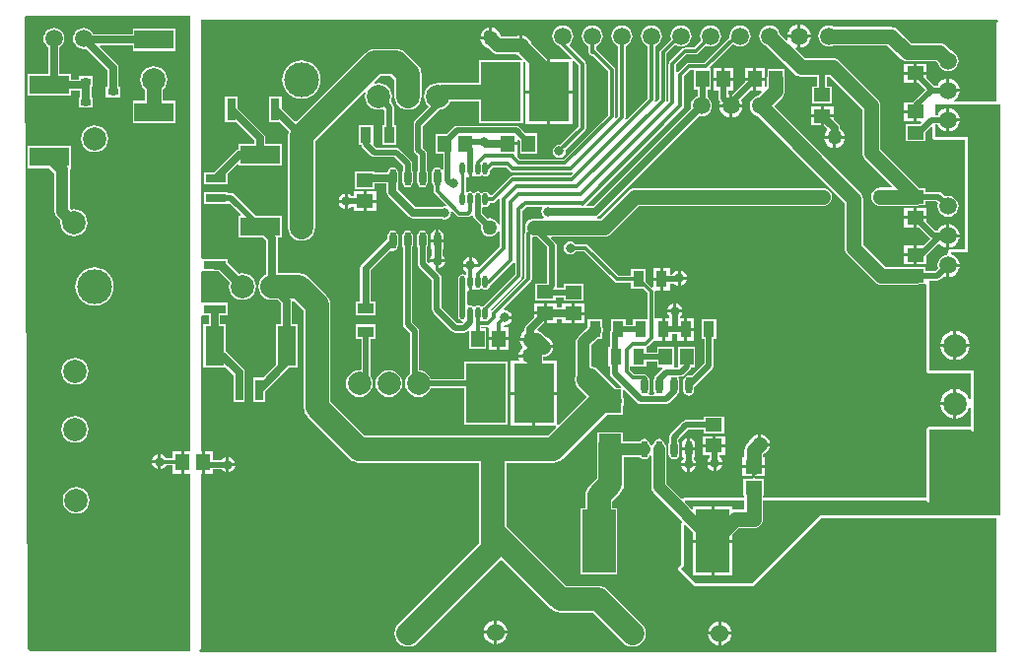
<source format=gtl>
G04 Layer_Physical_Order=1*
G04 Layer_Color=255*
%FSLAX25Y25*%
%MOIN*%
G70*
G01*
G75*
%ADD10R,0.13386X0.06299*%
%ADD11R,0.03740X0.02362*%
%ADD12R,0.07087X0.02756*%
%ADD13R,0.02756X0.07087*%
%ADD14R,0.04528X0.05709*%
%ADD15R,0.05709X0.04528*%
%ADD16R,0.03150X0.07480*%
%ADD17R,0.07480X0.03150*%
%ADD18R,0.07480X0.07874*%
%ADD19O,0.01968X0.04134*%
%ADD20O,0.02362X0.05709*%
%ADD21R,0.11417X0.21260*%
%ADD22R,0.05512X0.03740*%
%ADD23R,0.03740X0.05512*%
%ADD24R,0.13780X0.20079*%
%ADD25R,0.06299X0.13386*%
%ADD26C,0.05000*%
%ADD27C,0.04724*%
%ADD28C,0.01968*%
%ADD29C,0.01200*%
%ADD30C,0.01181*%
%ADD31C,0.01000*%
%ADD32C,0.02500*%
%ADD33C,0.02362*%
%ADD34C,0.02000*%
%ADD35C,0.03937*%
%ADD36C,0.07874*%
%ADD37C,0.04000*%
%ADD38C,0.03000*%
%ADD39C,0.05905*%
%ADD40C,0.07874*%
%ADD41C,0.11811*%
%ADD42C,0.06000*%
%ADD43C,0.05000*%
%ADD44C,0.03201*%
G36*
X593266Y343293D02*
X592728Y342755D01*
Y316020D01*
X578710D01*
X578541Y316520D01*
X579197Y317023D01*
X579831Y317849D01*
X580229Y318811D01*
X580299Y319342D01*
X576378D01*
Y319843D01*
X575878D01*
Y323763D01*
X575346Y323693D01*
X574384Y323295D01*
X573559Y322662D01*
X572925Y321836D01*
X572760Y321437D01*
X571763D01*
X569209Y323992D01*
Y325091D01*
X565854D01*
Y322327D01*
X566363D01*
X568611Y320079D01*
X564394Y315862D01*
X561500D01*
Y313099D01*
X565354D01*
Y312598D01*
X565854D01*
Y309335D01*
X567191D01*
X567382Y308873D01*
X566865Y308356D01*
X561920D01*
Y302668D01*
X568789D01*
Y305723D01*
X570518Y307453D01*
X570980Y307261D01*
Y304000D01*
X571058Y303610D01*
X571279Y303279D01*
X571610Y303058D01*
X572000Y302980D01*
X581980D01*
Y266020D01*
X577298D01*
X577135Y265987D01*
X576970Y265966D01*
X576941Y265949D01*
X576907Y265942D01*
X576769Y265850D01*
X576625Y265767D01*
X576605Y265740D01*
X576577Y265721D01*
X576484Y265583D01*
X576383Y265451D01*
X576374Y265418D01*
X576356Y265390D01*
X576323Y265227D01*
X576280Y265067D01*
X576247Y264567D01*
X576269Y264402D01*
X576280Y264236D01*
X575825Y264120D01*
X575456Y264072D01*
X574596Y263716D01*
X573858Y263149D01*
X573292Y262411D01*
X572936Y261552D01*
X572815Y260630D01*
X572936Y259708D01*
X573007Y259537D01*
X572167Y258698D01*
X568789D01*
Y259930D01*
X566537D01*
X566158Y260087D01*
X565354Y260193D01*
X555200D01*
X547595Y267799D01*
Y283071D01*
X547489Y283875D01*
X547179Y284624D01*
X546685Y285267D01*
X517635Y314317D01*
Y314817D01*
X520307Y317489D01*
X520801Y318132D01*
X521111Y318881D01*
X521123Y318975D01*
X521217Y319685D01*
Y323622D01*
X521111Y324426D01*
X520954Y324805D01*
Y327056D01*
X515267D01*
Y324805D01*
X515109Y324426D01*
X515004Y323622D01*
Y321117D01*
X514787Y320949D01*
X514287Y321194D01*
Y323122D01*
X511524D01*
Y319768D01*
X513146D01*
X513337Y319306D01*
X512020Y317988D01*
X511210Y317653D01*
X510472Y317087D01*
X509906Y316349D01*
X509550Y315489D01*
X509429Y314567D01*
X509550Y313645D01*
X509906Y312785D01*
X510472Y312047D01*
X511210Y311481D01*
X512020Y311146D01*
X541382Y281784D01*
Y266512D01*
X541488Y265708D01*
X541798Y264959D01*
X542291Y264315D01*
X551717Y254890D01*
X552360Y254396D01*
X553109Y254086D01*
X553913Y253980D01*
X565354D01*
X566158Y254086D01*
X566537Y254243D01*
X568789D01*
X568980Y253822D01*
Y225000D01*
X569058Y224610D01*
X569279Y224279D01*
X569610Y224058D01*
X570000Y223980D01*
X583980D01*
Y215336D01*
X583480Y215237D01*
X583053Y216269D01*
X582261Y217301D01*
X581230Y218092D01*
X580029Y218589D01*
X579240Y218693D01*
Y213780D01*
Y208866D01*
X580029Y208970D01*
X581230Y209467D01*
X582261Y210259D01*
X583053Y211290D01*
X583480Y212322D01*
X583980Y212223D01*
Y206020D01*
X570000D01*
X569610Y205942D01*
X569279Y205721D01*
X569058Y205390D01*
X568980Y205000D01*
Y182020D01*
X513757D01*
X513737Y182036D01*
Y182589D01*
X514064D01*
Y188277D01*
X511813D01*
X511434Y188434D01*
X510630Y188540D01*
X509826Y188434D01*
X509447Y188277D01*
X507196D01*
Y182589D01*
X507523D01*
Y182036D01*
X507503Y182020D01*
X487544D01*
X487154Y181942D01*
X487021Y181853D01*
X486823Y181721D01*
X486185Y181663D01*
X481220Y186627D01*
Y198425D01*
X481023Y199420D01*
X480459Y200263D01*
X480373Y200320D01*
X480281Y200786D01*
X479892Y201368D01*
X479309Y201757D01*
X478622Y201894D01*
X477935Y201757D01*
X477352Y201368D01*
X476963Y200786D01*
X476870Y200320D01*
X476785Y200263D01*
X476423Y199721D01*
X475821D01*
X475459Y200263D01*
X475374Y200320D01*
X475281Y200786D01*
X474892Y201368D01*
X474309Y201757D01*
X473622Y201894D01*
X472935Y201757D01*
X472352Y201368D01*
X472122Y201024D01*
X466525D01*
Y204123D01*
X462501D01*
X462205Y204162D01*
X461909Y204123D01*
X457885D01*
Y200980D01*
X457804Y200786D01*
X457649Y199606D01*
Y188501D01*
X455046Y185899D01*
X454322Y184955D01*
X454056Y184311D01*
X453867Y183856D01*
X453712Y182677D01*
Y178533D01*
X451979D01*
Y156113D01*
X464557D01*
Y178533D01*
X462824D01*
Y180790D01*
X465426Y183393D01*
X466150Y184336D01*
X466417Y184980D01*
X466606Y185435D01*
X466761Y186614D01*
Y195827D01*
X472122D01*
X472352Y195482D01*
X472935Y195093D01*
X473622Y194956D01*
X474309Y195093D01*
X474892Y195482D01*
X475281Y196065D01*
X475319Y196255D01*
X475524Y196388D01*
X476024Y196118D01*
Y185551D01*
X476221Y184557D01*
X476785Y183714D01*
X486304Y174195D01*
X486279Y173577D01*
X486279Y173577D01*
X486058Y173246D01*
X486006Y172986D01*
X485980Y172856D01*
Y159422D01*
X485279Y158721D01*
X485058Y158390D01*
X484980Y158000D01*
X485058Y157610D01*
X485279Y157279D01*
X490279Y152279D01*
X490610Y152058D01*
X491000Y151980D01*
X510000D01*
X510390Y152058D01*
X510721Y152279D01*
X524721Y166279D01*
X533422Y174980D01*
X592728D01*
Y130755D01*
Y129755D01*
X323381D01*
X323189Y130217D01*
X323728Y130755D01*
Y190146D01*
X324043D01*
Y194000D01*
Y197854D01*
X323728D01*
Y243189D01*
X323980Y243585D01*
X324228Y243585D01*
X326434D01*
Y240673D01*
X324570D01*
Y226127D01*
X332030D01*
X332030Y226127D01*
Y226127D01*
X332390Y225831D01*
X334734Y223486D01*
Y222623D01*
X334642D01*
Y214377D01*
X338558D01*
Y222623D01*
X338466D01*
Y224259D01*
X338466Y224259D01*
X338324Y224973D01*
X337919Y225578D01*
X332030Y231468D01*
Y240673D01*
X330166D01*
Y243585D01*
X332620D01*
Y247894D01*
X324228D01*
X323980Y247894D01*
X323728Y248290D01*
X323728Y248290D01*
Y258150D01*
X323980Y258545D01*
X324228Y258545D01*
X329637D01*
X333381Y254801D01*
X333316Y254644D01*
X333161Y253465D01*
X333316Y252285D01*
X333771Y251187D01*
X334495Y250243D01*
X335438Y249519D01*
X336537Y249064D01*
X337717Y248909D01*
X338896Y249064D01*
X339995Y249519D01*
X340938Y250243D01*
X341662Y251187D01*
X342117Y252285D01*
X342272Y253465D01*
X342117Y254644D01*
X341662Y255743D01*
X340938Y256686D01*
X339995Y257410D01*
X338896Y257865D01*
X337717Y258021D01*
X336537Y257865D01*
X336380Y257800D01*
X332620Y261560D01*
Y262855D01*
X324228D01*
X323980Y262855D01*
X323728Y263250D01*
X323728Y263250D01*
Y343755D01*
X593074D01*
X593266Y343293D01*
D02*
G37*
G36*
X594000Y176000D02*
X533000D01*
X524000Y167000D01*
X510000Y153000D01*
X491000D01*
X486000Y158000D01*
X487000Y159000D01*
Y172856D01*
X487462Y173047D01*
X490142Y170368D01*
Y167823D01*
X496350D01*
Y178953D01*
X490142D01*
Y178349D01*
X489680Y178157D01*
X487337Y180500D01*
X487544Y181000D01*
X507503D01*
Y177930D01*
X504331D01*
X504331Y177930D01*
X504059Y177894D01*
X503561Y178197D01*
X503559Y178199D01*
Y178953D01*
X497350D01*
Y167823D01*
X503559D01*
Y169610D01*
X505626Y171677D01*
X510630D01*
X511439Y171783D01*
X512193Y172095D01*
X512841Y172592D01*
X513338Y173240D01*
X513650Y173994D01*
X513757Y174803D01*
Y181000D01*
X569000D01*
X570000Y180000D01*
Y205000D01*
X584000D01*
X585000Y204000D01*
Y225000D01*
X570000D01*
Y255455D01*
X572835D01*
X573459Y255579D01*
X573988Y255933D01*
X574984Y256929D01*
X575346Y256779D01*
X575878Y256709D01*
Y260630D01*
X576378D01*
Y261130D01*
X580299D01*
X580229Y261662D01*
X579831Y262623D01*
X579197Y263449D01*
X578371Y264083D01*
X577410Y264481D01*
X577265Y264500D01*
X577298Y265000D01*
X583000D01*
Y304000D01*
X572000D01*
Y308211D01*
X572775D01*
X572925Y307849D01*
X573559Y307023D01*
X574384Y306390D01*
X575346Y305992D01*
X575878Y305922D01*
Y309842D01*
Y313763D01*
X575346Y313693D01*
X574384Y313295D01*
X573559Y312662D01*
X572925Y311836D01*
X572775Y311474D01*
X572000D01*
Y315000D01*
X594000D01*
Y176000D01*
D02*
G37*
G36*
X320000Y197854D02*
X317957D01*
Y194000D01*
Y190146D01*
X320000D01*
Y130000D01*
X266000D01*
X265000Y131000D01*
X264002Y344646D01*
X264354Y345000D01*
X320000D01*
Y197854D01*
D02*
G37*
%LPC*%
G36*
X382636Y240613D02*
X375964D01*
Y235713D01*
X377933D01*
Y225452D01*
X377557Y225122D01*
X377300Y225156D01*
X376121Y225001D01*
X375022Y224546D01*
X374078Y223821D01*
X373354Y222878D01*
X372899Y221779D01*
X372744Y220600D01*
X372899Y219421D01*
X373354Y218322D01*
X374078Y217378D01*
X375022Y216654D01*
X376121Y216199D01*
X377300Y216044D01*
X378479Y216199D01*
X379578Y216654D01*
X380521Y217378D01*
X381245Y218322D01*
X381701Y219421D01*
X381856Y220600D01*
X381701Y221779D01*
X381245Y222878D01*
X381122Y223038D01*
Y235713D01*
X382636D01*
Y240613D01*
D02*
G37*
G36*
X498026Y242225D02*
X493125D01*
Y235553D01*
X493981D01*
Y227496D01*
X489543Y223058D01*
X489309Y223214D01*
X488622Y223351D01*
X487935Y223214D01*
X487352Y222825D01*
X486963Y222242D01*
X486826Y221555D01*
Y218209D01*
X486963Y217521D01*
X487352Y216939D01*
X487935Y216550D01*
X488622Y216413D01*
X489309Y216550D01*
X489892Y216939D01*
X490281Y217521D01*
X490418Y218209D01*
Y219422D01*
X496703Y225708D01*
X497049Y226225D01*
X497170Y226835D01*
Y235553D01*
X498026D01*
Y242225D01*
D02*
G37*
G36*
X427673Y235327D02*
X424909D01*
Y231972D01*
X427673D01*
Y235327D01*
D02*
G37*
G36*
X423910D02*
X421146D01*
Y231972D01*
X423910D01*
Y235327D01*
D02*
G37*
G36*
X500678Y209537D02*
X493810D01*
Y208288D01*
X487795D01*
X487795D01*
X487795D01*
X487552Y208240D01*
X487185Y208167D01*
X487185Y208167D01*
X487185D01*
X486667Y207821D01*
X482494Y203647D01*
X482279Y203325D01*
X482149Y203130D01*
Y203130D01*
X482149Y203130D01*
X482126Y203018D01*
X482027Y202520D01*
Y200881D01*
X481963Y200786D01*
X481826Y200098D01*
Y196752D01*
X481963Y196065D01*
X482352Y195482D01*
X482935Y195093D01*
X483622Y194956D01*
X484309Y195093D01*
X484892Y195482D01*
X485281Y196065D01*
X485418Y196752D01*
Y200098D01*
X485281Y200786D01*
X485217Y200881D01*
Y201859D01*
X488456Y205098D01*
X493810D01*
Y203849D01*
X500678D01*
Y209537D01*
D02*
G37*
G36*
X578240Y213280D02*
X573826D01*
X573930Y212491D01*
X574428Y211290D01*
X575219Y210259D01*
X576250Y209467D01*
X577451Y208970D01*
X578240Y208866D01*
Y213280D01*
D02*
G37*
G36*
X435791Y216823D02*
X428402D01*
Y206283D01*
X435791D01*
Y216823D01*
D02*
G37*
G36*
X393583Y272366D02*
X392896Y272230D01*
X392313Y271841D01*
X391924Y271258D01*
X391787Y270571D01*
Y267224D01*
X391924Y266537D01*
X391988Y266442D01*
Y240669D01*
X392089Y240160D01*
X392109Y240059D01*
X392455Y239542D01*
X394389Y237607D01*
Y224060D01*
X394078Y223821D01*
X393354Y222878D01*
X392899Y221779D01*
X392744Y220600D01*
X392899Y219421D01*
X393354Y218322D01*
X394078Y217378D01*
X395022Y216654D01*
X396121Y216199D01*
X397300Y216044D01*
X398479Y216199D01*
X399578Y216654D01*
X400522Y217378D01*
X401245Y218322D01*
X401529Y219005D01*
X412609D01*
Y206703D01*
X427549D01*
Y227942D01*
X412609D01*
Y222195D01*
X401529D01*
X401245Y222878D01*
X400522Y223821D01*
X399578Y224546D01*
X398479Y225001D01*
X397579Y225119D01*
Y238268D01*
X397458Y238878D01*
X397112Y239395D01*
X395178Y241330D01*
Y266441D01*
X395242Y266537D01*
X395378Y267224D01*
Y270571D01*
X395242Y271258D01*
X394852Y271841D01*
X394270Y272230D01*
X393583Y272366D01*
D02*
G37*
G36*
X439700Y243957D02*
X436346D01*
Y243041D01*
X433720Y240415D01*
X433316Y239810D01*
X433174Y239096D01*
X433174Y239096D01*
Y238413D01*
X432543Y237929D01*
X431982Y237198D01*
X431630Y236347D01*
X431575Y235933D01*
X435039D01*
Y234933D01*
X431575D01*
X431630Y234519D01*
X431982Y233668D01*
X432344Y233197D01*
X432308Y232539D01*
X432149Y232417D01*
X431588Y231686D01*
X431236Y230835D01*
X431181Y230421D01*
X434646D01*
Y229421D01*
X431181D01*
X431236Y229008D01*
X431331Y228778D01*
X431053Y228362D01*
X428402D01*
Y217823D01*
X444181D01*
Y228362D01*
X439398D01*
Y229544D01*
X440284Y229661D01*
X441135Y230014D01*
X441866Y230575D01*
X442427Y231306D01*
X442780Y232157D01*
X442835Y232571D01*
X439370D01*
Y233571D01*
X442835D01*
X442780Y233984D01*
X442427Y234836D01*
X441866Y235567D01*
X441135Y236128D01*
X440403Y236431D01*
X439205Y237630D01*
X438561Y238123D01*
X437812Y238434D01*
X437669Y238453D01*
X437508Y238926D01*
X439700Y241118D01*
Y243957D01*
D02*
G37*
G36*
X578240Y218693D02*
X577451Y218589D01*
X576250Y218092D01*
X575219Y217301D01*
X574428Y216269D01*
X573930Y215068D01*
X573826Y214280D01*
X578240D01*
Y218693D01*
D02*
G37*
G36*
X387300Y225156D02*
X386121Y225001D01*
X385022Y224546D01*
X384078Y223821D01*
X383354Y222878D01*
X382899Y221779D01*
X382744Y220600D01*
X382899Y219421D01*
X383354Y218322D01*
X384078Y217378D01*
X385022Y216654D01*
X386121Y216199D01*
X387300Y216044D01*
X388479Y216199D01*
X389578Y216654D01*
X390522Y217378D01*
X391246Y218322D01*
X391701Y219421D01*
X391856Y220600D01*
X391701Y221779D01*
X391246Y222878D01*
X390522Y223821D01*
X389578Y224546D01*
X388479Y225001D01*
X387300Y225156D01*
D02*
G37*
G36*
X482398Y259661D02*
X480028D01*
Y255906D01*
Y252150D01*
X482398D01*
Y254311D01*
X483753D01*
X484122Y254028D01*
X484754Y253766D01*
X484933Y253742D01*
Y256299D01*
Y258856D01*
X484754Y258833D01*
X484122Y258571D01*
X483578Y258154D01*
X483162Y257611D01*
X483116Y257500D01*
X482398D01*
Y259661D01*
D02*
G37*
G36*
X483500Y247757D02*
X483321Y247733D01*
X482689Y247471D01*
X482145Y247055D01*
X481729Y246511D01*
X481466Y245879D01*
X481443Y245700D01*
X483500D01*
Y247757D01*
D02*
G37*
G36*
X484500D02*
Y245700D01*
X486557D01*
X486533Y245879D01*
X486271Y246511D01*
X485855Y247055D01*
X485311Y247471D01*
X484679Y247733D01*
X484500Y247757D01*
D02*
G37*
G36*
X485933Y258856D02*
Y256799D01*
X487990D01*
X487966Y256978D01*
X487705Y257611D01*
X487288Y258154D01*
X486744Y258571D01*
X486112Y258833D01*
X485933Y258856D01*
D02*
G37*
G36*
X487990Y255799D02*
X485933D01*
Y253742D01*
X486112Y253766D01*
X486744Y254028D01*
X487288Y254445D01*
X487705Y254988D01*
X487966Y255620D01*
X487990Y255799D01*
D02*
G37*
G36*
X479028Y259661D02*
X476657D01*
Y256405D01*
X479028D01*
Y259661D01*
D02*
G37*
G36*
X439700Y247721D02*
X436346D01*
Y244957D01*
X439700D01*
Y247721D01*
D02*
G37*
G36*
X490572Y238389D02*
X488202D01*
Y235133D01*
X490572D01*
Y238389D01*
D02*
G37*
G36*
Y242645D02*
X488202D01*
Y239389D01*
X490572D01*
Y242645D01*
D02*
G37*
G36*
X332863Y285422D02*
X324617D01*
Y281507D01*
X332863D01*
Y281507D01*
X333364Y281681D01*
X337231Y277814D01*
X337040Y277352D01*
X336428D01*
Y269893D01*
X344792D01*
X345851Y268833D01*
Y257581D01*
X345439Y257410D01*
X345439Y257410D01*
X345439Y257410D01*
X344495Y256686D01*
X343771Y255743D01*
X343316Y254644D01*
X343161Y253465D01*
X343316Y252285D01*
X343771Y251187D01*
X344495Y250243D01*
X345439Y249519D01*
X346537Y249064D01*
X347716Y248909D01*
X347717Y248909D01*
X349634D01*
X350844Y247699D01*
Y240673D01*
X348980D01*
Y226826D01*
X344777Y222623D01*
X341335D01*
Y214377D01*
X345251D01*
Y217819D01*
X353559Y226127D01*
X356439D01*
Y240673D01*
X354575D01*
Y248472D01*
X354575Y248472D01*
X354566Y248520D01*
X355027Y248767D01*
X358436Y245357D01*
Y212598D01*
X358591Y211419D01*
X358819Y210870D01*
X359047Y210320D01*
X359771Y209377D01*
X373944Y195204D01*
X374887Y194480D01*
X375437Y194252D01*
X375986Y194025D01*
X377165Y193869D01*
X417885D01*
Y170472D01*
Y166656D01*
X390551Y139322D01*
X389827Y138378D01*
X389372Y137279D01*
X389216Y136100D01*
X389372Y134921D01*
X389827Y133822D01*
X390551Y132878D01*
X391494Y132154D01*
X392593Y131699D01*
X393772Y131544D01*
X394952Y131699D01*
X396050Y132154D01*
X396994Y132878D01*
X425293Y161177D01*
X442054Y144416D01*
X442998Y143692D01*
X443641Y143426D01*
X444097Y143237D01*
X445276Y143082D01*
X456247D01*
X466451Y132878D01*
X467394Y132154D01*
X468493Y131699D01*
X469672Y131544D01*
X470852Y131699D01*
X471950Y132154D01*
X472894Y132878D01*
X473618Y133822D01*
X474073Y134921D01*
X474228Y136100D01*
X474073Y137279D01*
X473618Y138378D01*
X472894Y139322D01*
X461356Y150859D01*
X460413Y151583D01*
X459769Y151850D01*
X459314Y152039D01*
X458135Y152194D01*
X447163D01*
X426997Y172360D01*
Y193869D01*
X442913D01*
X444093Y194025D01*
X444642Y194252D01*
X445191Y194480D01*
X446135Y195204D01*
X460942Y210011D01*
X462205D01*
X462205D01*
X462205D01*
X462501Y210050D01*
X466525D01*
Y213193D01*
X466606Y213388D01*
X466606Y213388D01*
X466620Y213494D01*
X466761Y214567D01*
Y214567D01*
Y214567D01*
X466703Y215004D01*
X466606Y215746D01*
X466606Y215746D01*
X466573Y215824D01*
X466525Y215941D01*
Y218221D01*
X466987Y218412D01*
X471271Y214128D01*
X471789Y213782D01*
X471890Y213762D01*
X472399Y213661D01*
X480956D01*
X481465Y213762D01*
X481566Y213782D01*
X482084Y214128D01*
X484750Y216794D01*
X484810Y216884D01*
X484892Y216939D01*
X485281Y217521D01*
X485418Y218209D01*
Y221555D01*
X485281Y222242D01*
X485167Y222413D01*
X485434Y222913D01*
X486008D01*
X486517Y223014D01*
X486618Y223034D01*
X487136Y223380D01*
X489071Y225316D01*
X489417Y225833D01*
X489437Y225934D01*
X489483Y226166D01*
X490787D01*
Y233034D01*
X485100D01*
Y226166D01*
X484626Y226103D01*
X484174D01*
X483701Y226166D01*
Y233034D01*
X478013D01*
Y231195D01*
X474287D01*
Y232901D01*
X474545Y232952D01*
X474932Y233211D01*
X476828Y235107D01*
X476828Y235107D01*
X476851Y235142D01*
X477351Y235133D01*
X477351D01*
X477362D01*
X477447Y235133D01*
X479721D01*
Y238889D01*
Y242645D01*
X477678D01*
X477351Y242645D01*
X477178Y243073D01*
Y251575D01*
X477163Y251650D01*
X477564Y252150D01*
X479028D01*
Y255405D01*
X476657D01*
Y253243D01*
X476196Y253051D01*
X474104Y255143D01*
Y259241D01*
X469204D01*
Y257099D01*
X464838D01*
X454593Y267344D01*
X454205Y267603D01*
X453749Y267693D01*
X450425D01*
X450172Y268072D01*
X449451Y268554D01*
X448600Y268723D01*
X447749Y268554D01*
X447028Y268072D01*
X446546Y267351D01*
X446377Y266500D01*
X446546Y265649D01*
X447028Y264928D01*
X447749Y264446D01*
X448600Y264277D01*
X449451Y264446D01*
X450172Y264928D01*
X450425Y265306D01*
X453254D01*
X463499Y255062D01*
X463499Y255062D01*
X463758Y254889D01*
X463886Y254803D01*
X464343Y254712D01*
X464343Y254712D01*
X469204D01*
Y252570D01*
X473302D01*
X474791Y251080D01*
Y242225D01*
X469897D01*
Y240484D01*
X467317D01*
Y242225D01*
X462417D01*
Y238636D01*
X462189Y238295D01*
X462169Y238194D01*
X462068Y237685D01*
Y232936D01*
X461513D01*
Y226264D01*
X462068D01*
Y223992D01*
X462169Y223483D01*
X462189Y223381D01*
X462535Y222864D01*
X465853Y219546D01*
X465662Y219084D01*
X464131D01*
X457946Y225269D01*
X457002Y225993D01*
X455903Y226448D01*
X455748Y226468D01*
Y233569D01*
X457732Y235553D01*
X459443D01*
Y237743D01*
X459591Y238489D01*
Y238889D01*
X459443Y239635D01*
Y242225D01*
X454543D01*
Y239714D01*
X451312Y236483D01*
X450749Y235640D01*
X450551Y234646D01*
Y223776D01*
X450324Y223226D01*
X450168Y222047D01*
X450324Y220868D01*
X450779Y219769D01*
X451503Y218826D01*
X453937Y216392D01*
X453937Y215892D01*
X444681Y206636D01*
X444181Y206843D01*
Y216823D01*
X436791D01*
Y206283D01*
X443621D01*
X443828Y205784D01*
X441026Y202981D01*
X379052D01*
X367548Y214486D01*
Y247244D01*
X367393Y248423D01*
X367106Y249116D01*
X366938Y249522D01*
X366214Y250466D01*
X359993Y256686D01*
X359050Y257410D01*
X358406Y257677D01*
X357951Y257865D01*
X356772Y258021D01*
X349583D01*
Y269606D01*
X349583Y269606D01*
X349817Y269893D01*
X350974D01*
Y277352D01*
X342249D01*
X334998Y284604D01*
X334475Y284953D01*
X333858Y285075D01*
X332863D01*
Y285422D01*
D02*
G37*
G36*
X486557Y244700D02*
X481443D01*
X481466Y244521D01*
X481729Y243889D01*
X482145Y243345D01*
X482129Y242761D01*
X482013Y242645D01*
X480721D01*
Y238889D01*
Y235133D01*
X483091D01*
Y237294D01*
X484831D01*
Y235133D01*
X487202D01*
Y238889D01*
Y242645D01*
X485939D01*
X485851Y242736D01*
X485855Y243345D01*
X486271Y243889D01*
X486533Y244521D01*
X486557Y244700D01*
D02*
G37*
G36*
X453554Y247621D02*
X450200D01*
Y244857D01*
X453554D01*
Y247621D01*
D02*
G37*
G36*
X444054Y247721D02*
X440700D01*
Y244457D01*
Y241193D01*
X444054D01*
Y242491D01*
X445846D01*
Y241093D01*
X449200D01*
Y244357D01*
Y247621D01*
X445846D01*
Y246222D01*
X444054D01*
Y247721D01*
D02*
G37*
G36*
X453554Y243857D02*
X450200D01*
Y241093D01*
X453554D01*
Y243857D01*
D02*
G37*
G36*
X510130Y192020D02*
X506776D01*
Y189256D01*
X510130D01*
Y192020D01*
D02*
G37*
G36*
X335257Y192700D02*
X333200D01*
Y190643D01*
X333379Y190666D01*
X334011Y190929D01*
X334555Y191345D01*
X334971Y191889D01*
X335233Y192521D01*
X335257Y192700D01*
D02*
G37*
G36*
X488083Y192807D02*
X486026D01*
X486049Y192628D01*
X486311Y191996D01*
X486728Y191452D01*
X487271Y191036D01*
X487904Y190773D01*
X488083Y190750D01*
Y192807D01*
D02*
G37*
G36*
X514484Y192020D02*
X511130D01*
Y189256D01*
X514484D01*
Y192020D01*
D02*
G37*
G36*
X327807Y197854D02*
X325043D01*
Y194000D01*
Y190146D01*
X327807D01*
Y191605D01*
X330646D01*
X330845Y191345D01*
X331389Y190929D01*
X332021Y190666D01*
X332200Y190643D01*
Y193200D01*
Y195757D01*
X332021Y195733D01*
X331389Y195471D01*
X330845Y195055D01*
X330646Y194795D01*
X327807D01*
Y197854D01*
D02*
G37*
G36*
X422800Y136000D02*
X419331D01*
X419403Y135456D01*
X419806Y134483D01*
X420447Y133647D01*
X421283Y133006D01*
X422256Y132603D01*
X422800Y132531D01*
Y136000D01*
D02*
G37*
G36*
X427269D02*
X423800D01*
Y132531D01*
X424344Y132603D01*
X425317Y133006D01*
X426153Y133647D01*
X426794Y134483D01*
X427197Y135456D01*
X427269Y136000D01*
D02*
G37*
G36*
X498700Y135600D02*
X495231D01*
X495303Y135056D01*
X495706Y134083D01*
X496347Y133247D01*
X497183Y132606D01*
X498156Y132203D01*
X498700Y132131D01*
Y135600D01*
D02*
G37*
G36*
X503169D02*
X499700D01*
Y132131D01*
X500244Y132203D01*
X501217Y132606D01*
X502053Y133247D01*
X502694Y134083D01*
X503097Y135056D01*
X503169Y135600D01*
D02*
G37*
G36*
X422800Y140469D02*
X422256Y140397D01*
X421283Y139994D01*
X420447Y139353D01*
X419806Y138517D01*
X419403Y137544D01*
X419331Y137000D01*
X422800D01*
Y140469D01*
D02*
G37*
G36*
X423800D02*
Y137000D01*
X427269D01*
X427197Y137544D01*
X426794Y138517D01*
X426153Y139353D01*
X425317Y139994D01*
X424344Y140397D01*
X423800Y140469D01*
D02*
G37*
G36*
X498700Y140069D02*
X498156Y139997D01*
X497183Y139594D01*
X496347Y138953D01*
X495706Y138117D01*
X495303Y137144D01*
X495231Y136600D01*
X498700D01*
Y140069D01*
D02*
G37*
G36*
X499700D02*
Y136600D01*
X503169D01*
X503097Y137144D01*
X502694Y138117D01*
X502053Y138953D01*
X501217Y139594D01*
X500244Y139997D01*
X499700Y140069D01*
D02*
G37*
G36*
X488122Y202223D02*
X487771Y202153D01*
X487049Y201671D01*
X486567Y200950D01*
X486398Y200098D01*
Y198925D01*
X488122D01*
Y202223D01*
D02*
G37*
G36*
X489122D02*
Y198925D01*
X490846D01*
Y200098D01*
X490677Y200950D01*
X490195Y201671D01*
X489473Y202153D01*
X489122Y202223D01*
D02*
G37*
G36*
X513098Y203464D02*
Y200500D01*
X516063D01*
X516008Y200914D01*
X515656Y201765D01*
X515095Y202496D01*
X514363Y203057D01*
X513512Y203410D01*
X513098Y203464D01*
D02*
G37*
G36*
X496744Y202870D02*
X493390D01*
Y200106D01*
X496744D01*
Y202870D01*
D02*
G37*
G36*
X501098D02*
X497744D01*
Y200106D01*
X501098D01*
Y202870D01*
D02*
G37*
G36*
X500057Y193200D02*
X498000D01*
Y191143D01*
X498179Y191166D01*
X498811Y191429D01*
X499355Y191845D01*
X499771Y192389D01*
X500034Y193021D01*
X500057Y193200D01*
D02*
G37*
G36*
X491140Y192807D02*
X489083D01*
Y190750D01*
X489261Y190773D01*
X489894Y191036D01*
X490437Y191452D01*
X490854Y191996D01*
X491116Y192628D01*
X491140Y192807D01*
D02*
G37*
G36*
X497000Y193200D02*
X494943D01*
X494967Y193021D01*
X495229Y192389D01*
X495645Y191845D01*
X496189Y191429D01*
X496821Y191166D01*
X497000Y191143D01*
Y193200D01*
D02*
G37*
G36*
X490846Y197925D02*
X486398D01*
Y196752D01*
X486567Y195901D01*
X486948Y195331D01*
X486728Y195162D01*
X486311Y194618D01*
X486049Y193986D01*
X486026Y193807D01*
X491140D01*
X491116Y193986D01*
X490854Y194618D01*
X490437Y195162D01*
X490269Y195291D01*
X490677Y195901D01*
X490846Y196752D01*
Y197925D01*
D02*
G37*
G36*
X501098Y199106D02*
X493390D01*
Y196343D01*
X495905D01*
Y195754D01*
X495645Y195555D01*
X495229Y195011D01*
X494967Y194379D01*
X494943Y194200D01*
X500057D01*
X500034Y194379D01*
X499771Y195011D01*
X499355Y195555D01*
X499095Y195754D01*
Y196343D01*
X501098D01*
Y199106D01*
D02*
G37*
G36*
X512098Y203464D02*
X511685Y203410D01*
X510833Y203057D01*
X510102Y202496D01*
X509541Y201765D01*
X509238Y201033D01*
X508433Y200228D01*
X507940Y199585D01*
X507629Y198836D01*
X507523Y198032D01*
Y195783D01*
X506776D01*
Y193020D01*
X514484D01*
Y195783D01*
X513737D01*
Y196683D01*
X514363Y196943D01*
X515095Y197504D01*
X515656Y198235D01*
X516008Y199086D01*
X516063Y199500D01*
X512598D01*
Y200000D01*
X512098D01*
Y203464D01*
D02*
G37*
G36*
X333200Y195757D02*
Y193700D01*
X335257D01*
X335233Y193879D01*
X334971Y194511D01*
X334555Y195055D01*
X334011Y195471D01*
X333379Y195733D01*
X333200Y195757D01*
D02*
G37*
G36*
X537654Y314421D02*
X534300D01*
Y311657D01*
X537654D01*
Y314421D01*
D02*
G37*
G36*
X389800Y333856D02*
X382544D01*
X381364Y333701D01*
X380815Y333473D01*
X380266Y333246D01*
X379322Y332522D01*
X356070Y309269D01*
X355570D01*
X351055Y313784D01*
Y317620D01*
X346745D01*
Y308980D01*
X350581D01*
X353490Y306072D01*
X353449Y305974D01*
X353316Y305652D01*
X353161Y304473D01*
Y273465D01*
X353161Y273465D01*
X353316Y272285D01*
X353771Y271187D01*
X354495Y270243D01*
X355438Y269519D01*
X356537Y269064D01*
X357716Y268909D01*
X358896Y269064D01*
X359995Y269519D01*
X359995Y269519D01*
X359995Y269519D01*
X360938Y270243D01*
X361662Y271187D01*
X362117Y272285D01*
X362273Y273465D01*
Y302586D01*
X378994Y319307D01*
X379418Y319024D01*
X379399Y318979D01*
X379244Y317800D01*
X379399Y316621D01*
X379854Y315522D01*
X380578Y314578D01*
X381522Y313854D01*
X382621Y313399D01*
X383800Y313244D01*
X384979Y313399D01*
X385307Y313535D01*
X385807Y313201D01*
Y308060D01*
X384951D01*
Y301389D01*
X389852D01*
Y308060D01*
X388997D01*
Y314198D01*
X388875Y314809D01*
X388529Y315326D01*
X387918Y315938D01*
X388201Y316621D01*
X388356Y317800D01*
X388201Y318979D01*
X387745Y320078D01*
X387021Y321022D01*
X386078Y321746D01*
X384979Y322201D01*
X383800Y322356D01*
X382621Y322201D01*
X382576Y322182D01*
X382293Y322606D01*
X384431Y324744D01*
X387913D01*
X389244Y323413D01*
Y317800D01*
X389399Y316621D01*
X389854Y315522D01*
X390578Y314578D01*
X391522Y313854D01*
X392621Y313399D01*
X393800Y313244D01*
X394979Y313399D01*
X396078Y313854D01*
X397022Y314578D01*
X397745Y315522D01*
X398201Y316621D01*
X398356Y317800D01*
Y325300D01*
X398201Y326479D01*
X397973Y327029D01*
X397746Y327578D01*
X397022Y328522D01*
X393022Y332522D01*
X392078Y333246D01*
X391434Y333512D01*
X390979Y333701D01*
X389800Y333856D01*
D02*
G37*
G36*
X506913Y314067D02*
X503492D01*
Y310646D01*
X504024Y310716D01*
X504986Y311114D01*
X505811Y311748D01*
X506445Y312574D01*
X506843Y313535D01*
X506913Y314067D01*
D02*
G37*
G36*
X533300Y314421D02*
X529946D01*
Y311657D01*
X533300D01*
Y314421D01*
D02*
G37*
G36*
X357716Y329981D02*
X356445Y329856D01*
X355223Y329485D01*
X354096Y328883D01*
X353108Y328073D01*
X352298Y327085D01*
X351696Y325958D01*
X351325Y324736D01*
X351200Y323465D01*
X351325Y322193D01*
X351696Y320971D01*
X352298Y319844D01*
X353108Y318856D01*
X354096Y318046D01*
X355223Y317444D01*
X356445Y317073D01*
X357716Y316948D01*
X358988Y317073D01*
X360210Y317444D01*
X361337Y318046D01*
X362325Y318856D01*
X363135Y319844D01*
X363737Y320971D01*
X364108Y322193D01*
X364233Y323465D01*
X364108Y324736D01*
X363737Y325958D01*
X363135Y327085D01*
X362325Y328073D01*
X361337Y328883D01*
X360210Y329485D01*
X358988Y329856D01*
X357716Y329981D01*
D02*
G37*
G36*
X510524Y323122D02*
X507760D01*
Y322636D01*
X503597Y318474D01*
X503492Y318488D01*
Y315067D01*
X506913D01*
X506843Y315599D01*
X506445Y316560D01*
X506356Y316676D01*
X509447Y319768D01*
X510524D01*
Y323122D01*
D02*
G37*
G36*
X503657D02*
X497130D01*
Y319768D01*
X498783D01*
Y317165D01*
X498905Y316549D01*
X499255Y316026D01*
X499299Y315981D01*
X499141Y315599D01*
X499071Y315067D01*
X502492D01*
Y318488D01*
X502381Y318473D01*
X502005Y318803D01*
Y319768D01*
X503657D01*
Y323122D01*
D02*
G37*
G36*
X440909Y318791D02*
X433520D01*
Y308252D01*
X440909D01*
Y318791D01*
D02*
G37*
G36*
X449299D02*
X441910D01*
Y308252D01*
X449299D01*
Y318791D01*
D02*
G37*
G36*
X533300Y310657D02*
X529946D01*
Y307893D01*
X533300D01*
Y310657D01*
D02*
G37*
G36*
X502492Y314067D02*
X499071D01*
X499141Y313535D01*
X499539Y312574D01*
X500173Y311748D01*
X500999Y311114D01*
X501960Y310716D01*
X502492Y310646D01*
Y314067D01*
D02*
G37*
G36*
X564854Y312099D02*
X561500D01*
Y309335D01*
X564854D01*
Y312099D01*
D02*
G37*
G36*
X422200Y340964D02*
Y337500D01*
X421700D01*
Y337000D01*
X418236D01*
X418290Y336586D01*
X418643Y335735D01*
X419204Y335004D01*
X419935Y334443D01*
X420786Y334090D01*
X420932Y334071D01*
X422102Y332902D01*
X422716Y332430D01*
X423432Y332134D01*
X423521Y332122D01*
X424200Y332032D01*
X430118D01*
X430235Y331943D01*
X431086Y331590D01*
X431151Y331582D01*
X432322Y330411D01*
X432115Y329911D01*
X417727D01*
Y322398D01*
X405291D01*
X404487Y322292D01*
X404439Y322272D01*
X403800Y322356D01*
X402621Y322201D01*
X401522Y321746D01*
X400578Y321022D01*
X399854Y320078D01*
X399399Y318979D01*
X399244Y317800D01*
X399399Y316621D01*
X399854Y315522D01*
X400578Y314578D01*
X400608Y314120D01*
X396116Y309628D01*
X395771Y309110D01*
X395751Y309009D01*
X395649Y308500D01*
Y299700D01*
X395751Y299191D01*
X395771Y299090D01*
X396116Y298572D01*
X396988Y297701D01*
Y292811D01*
X396924Y292715D01*
X396787Y292028D01*
Y288681D01*
X396924Y287994D01*
X397313Y287411D01*
X397896Y287022D01*
X398583Y286885D01*
X399270Y287022D01*
X399852Y287411D01*
X400242Y287994D01*
X400378Y288681D01*
Y292028D01*
X400242Y292715D01*
X400178Y292811D01*
Y298361D01*
X400056Y298972D01*
X399710Y299489D01*
X398839Y300361D01*
Y307839D01*
X404311Y313311D01*
X404979Y313399D01*
X406078Y313854D01*
X407022Y314578D01*
X407746Y315522D01*
X408020Y316185D01*
X417727D01*
Y308672D01*
X432667D01*
Y329359D01*
X433167Y329566D01*
X433520Y329213D01*
Y319791D01*
X440909D01*
Y330331D01*
X440795D01*
X435440Y335686D01*
X435410Y335914D01*
X435057Y336765D01*
X434496Y337496D01*
X433765Y338057D01*
X432914Y338410D01*
X432500Y338464D01*
Y335000D01*
X431500D01*
Y338464D01*
X431086Y338410D01*
X430235Y338057D01*
X430118Y337968D01*
X425429D01*
X425129Y338268D01*
X425110Y338414D01*
X424757Y339265D01*
X424196Y339996D01*
X423465Y340557D01*
X422614Y340910D01*
X422200Y340964D01*
D02*
G37*
G36*
X516063Y341752D02*
X515141Y341631D01*
X514281Y341275D01*
X513543Y340709D01*
X512977Y339971D01*
X512621Y339111D01*
X512500Y338189D01*
X512621Y337267D01*
X512977Y336407D01*
X513543Y335669D01*
X514281Y335103D01*
X515091Y334768D01*
X524496Y325362D01*
X525140Y324869D01*
X525889Y324558D01*
X526693Y324452D01*
X532205D01*
Y321087D01*
X530366D01*
Y315400D01*
X537234D01*
Y321087D01*
X535395D01*
Y324452D01*
X536115D01*
X547287Y313280D01*
Y298819D01*
X547393Y298015D01*
X547703Y297266D01*
X548197Y296622D01*
X557392Y287427D01*
X557201Y286965D01*
X553543D01*
X552739Y286859D01*
X551990Y286549D01*
X551347Y286055D01*
X550853Y285412D01*
X550543Y284662D01*
X550437Y283858D01*
X550543Y283054D01*
X550853Y282305D01*
X551347Y281662D01*
X551990Y281168D01*
X552739Y280858D01*
X553543Y280752D01*
X565354D01*
X566158Y280858D01*
X566537Y281014D01*
X568789D01*
Y282263D01*
X572489D01*
X573013Y281739D01*
X572936Y281552D01*
X572815Y280630D01*
X572936Y279708D01*
X573292Y278848D01*
X573858Y278110D01*
X574596Y277544D01*
X575456Y277188D01*
X576378Y277067D01*
X577300Y277188D01*
X578160Y277544D01*
X578897Y278110D01*
X579464Y278848D01*
X579820Y279708D01*
X579941Y280630D01*
X579820Y281552D01*
X579464Y282412D01*
X578897Y283150D01*
X578160Y283716D01*
X577300Y284072D01*
X576378Y284193D01*
X575456Y284072D01*
X575269Y283994D01*
X574277Y284986D01*
X573760Y285332D01*
X573659Y285352D01*
X573149Y285453D01*
X568789D01*
Y286702D01*
X566904D01*
X553500Y300106D01*
Y314567D01*
X553394Y315371D01*
X553084Y316120D01*
X552590Y316764D01*
X539598Y329756D01*
X538955Y330249D01*
X538206Y330560D01*
X537402Y330666D01*
X527980D01*
X524719Y333926D01*
X525003Y334350D01*
X525031Y334338D01*
X525563Y334268D01*
Y337689D01*
X522142D01*
X522212Y337157D01*
X522224Y337129D01*
X521800Y336845D01*
X519484Y339161D01*
X519149Y339971D01*
X518583Y340709D01*
X517845Y341275D01*
X516985Y341631D01*
X516063Y341752D01*
D02*
G37*
G36*
X529984Y337689D02*
X526563D01*
Y334268D01*
X527095Y334338D01*
X528056Y334736D01*
X528882Y335370D01*
X529516Y336196D01*
X529914Y337157D01*
X529984Y337689D01*
D02*
G37*
G36*
X536063Y341752D02*
X535141Y341631D01*
X534281Y341275D01*
X533543Y340709D01*
X532977Y339971D01*
X532621Y339111D01*
X532500Y338189D01*
X532621Y337267D01*
X532977Y336407D01*
X533543Y335669D01*
X534281Y335103D01*
X535141Y334747D01*
X536063Y334626D01*
X536985Y334747D01*
X537795Y335082D01*
X555800D01*
X560402Y330480D01*
X561045Y329987D01*
X561795Y329676D01*
X562599Y329571D01*
X572257D01*
X572957Y328870D01*
X573292Y328061D01*
X573858Y327323D01*
X574596Y326757D01*
X575456Y326401D01*
X576378Y326279D01*
X577300Y326401D01*
X578160Y326757D01*
X578897Y327323D01*
X579464Y328061D01*
X579820Y328920D01*
X579941Y329842D01*
X579820Y330765D01*
X579464Y331624D01*
X578897Y332362D01*
X578160Y332928D01*
X577350Y333264D01*
X575740Y334874D01*
X575097Y335367D01*
X574347Y335678D01*
X573543Y335784D01*
X563885D01*
X559283Y340386D01*
X558640Y340879D01*
X557891Y341190D01*
X557087Y341296D01*
X537795D01*
X536985Y341631D01*
X536063Y341752D01*
D02*
G37*
G36*
X525563Y342110D02*
X525031Y342040D01*
X524070Y341642D01*
X523244Y341008D01*
X522610Y340182D01*
X522212Y339221D01*
X522142Y338689D01*
X525563D01*
Y342110D01*
D02*
G37*
G36*
X526563D02*
Y338689D01*
X529984D01*
X529914Y339221D01*
X529516Y340182D01*
X528882Y341008D01*
X528056Y341642D01*
X527095Y342040D01*
X526563Y342110D01*
D02*
G37*
G36*
X506063Y341752D02*
X505141Y341631D01*
X504281Y341275D01*
X503543Y340709D01*
X502977Y339971D01*
X502621Y339111D01*
X502500Y338189D01*
X502569Y337665D01*
X494050Y329146D01*
X488583D01*
X488583Y329146D01*
X488126Y329055D01*
X487997Y328970D01*
X487739Y328797D01*
X487739Y328797D01*
X484983Y326041D01*
X484365Y326015D01*
X484264Y326098D01*
Y328246D01*
X487896Y331877D01*
X490945D01*
X491402Y331968D01*
X491789Y332227D01*
X494553Y334991D01*
X495141Y334747D01*
X496063Y334626D01*
X496985Y334747D01*
X497845Y335103D01*
X498583Y335669D01*
X499149Y336407D01*
X499505Y337267D01*
X499626Y338189D01*
X499505Y339111D01*
X499149Y339971D01*
X498583Y340709D01*
X497845Y341275D01*
X496985Y341631D01*
X496063Y341752D01*
X495141Y341631D01*
X494281Y341275D01*
X493543Y340709D01*
X492977Y339971D01*
X492621Y339111D01*
X492500Y338189D01*
X492621Y337267D01*
X492865Y336679D01*
X490450Y334264D01*
X487402D01*
X486945Y334173D01*
X486558Y333915D01*
X482227Y329584D01*
X481968Y329197D01*
X481877Y328740D01*
Y316242D01*
X481451Y315816D01*
X481049Y316068D01*
X481028Y316100D01*
X481115Y316535D01*
Y332183D01*
X484142Y335210D01*
X484281Y335103D01*
X485141Y334747D01*
X486063Y334626D01*
X486985Y334747D01*
X487845Y335103D01*
X488583Y335669D01*
X489149Y336407D01*
X489505Y337267D01*
X489626Y338189D01*
X489505Y339111D01*
X489149Y339971D01*
X488583Y340709D01*
X487845Y341275D01*
X486985Y341631D01*
X486063Y341752D01*
X485141Y341631D01*
X484281Y341275D01*
X483543Y340709D01*
X482977Y339971D01*
X482621Y339111D01*
X482500Y338189D01*
X482621Y337267D01*
X482680Y337124D01*
X479077Y333521D01*
X478819Y333134D01*
X478728Y332677D01*
Y317030D01*
X477593Y315895D01*
X477191Y316147D01*
X477170Y316179D01*
X477256Y316614D01*
Y334859D01*
X477845Y335103D01*
X478583Y335669D01*
X479149Y336407D01*
X479505Y337267D01*
X479626Y338189D01*
X479505Y339111D01*
X479149Y339971D01*
X478583Y340709D01*
X477845Y341275D01*
X476985Y341631D01*
X476063Y341752D01*
X475141Y341631D01*
X474281Y341275D01*
X473543Y340709D01*
X472977Y339971D01*
X472621Y339111D01*
X472500Y338189D01*
X472621Y337267D01*
X472977Y336407D01*
X473543Y335669D01*
X474281Y335103D01*
X474869Y334859D01*
Y317108D01*
X467593Y309832D01*
X467191Y310084D01*
X467170Y310116D01*
X467256Y310551D01*
Y334859D01*
X467845Y335103D01*
X468583Y335669D01*
X469149Y336407D01*
X469505Y337267D01*
X469626Y338189D01*
X469505Y339111D01*
X469149Y339971D01*
X468583Y340709D01*
X467845Y341275D01*
X466985Y341631D01*
X466063Y341752D01*
X465141Y341631D01*
X464281Y341275D01*
X463543Y340709D01*
X462977Y339971D01*
X462621Y339111D01*
X462500Y338189D01*
X462621Y337267D01*
X462977Y336407D01*
X463543Y335669D01*
X464281Y335103D01*
X464869Y334859D01*
Y311046D01*
X464128Y310304D01*
X463727Y310556D01*
X463705Y310589D01*
X463792Y311024D01*
Y326772D01*
X463792Y326772D01*
X463701Y327228D01*
X463442Y327616D01*
X457537Y333521D01*
X457257Y333708D01*
Y334859D01*
X457845Y335103D01*
X458583Y335669D01*
X459149Y336407D01*
X459505Y337267D01*
X459626Y338189D01*
X459505Y339111D01*
X459149Y339971D01*
X458583Y340709D01*
X457845Y341275D01*
X456985Y341631D01*
X456063Y341752D01*
X455141Y341631D01*
X454281Y341275D01*
X453543Y340709D01*
X452977Y339971D01*
X452621Y339111D01*
X452500Y338189D01*
X452621Y337267D01*
X452977Y336407D01*
X453543Y335669D01*
X454281Y335103D01*
X454870Y334859D01*
Y332677D01*
X454960Y332220D01*
X455219Y331833D01*
X455606Y331575D01*
X456063Y331484D01*
X456199D01*
X461405Y326277D01*
Y311518D01*
X446356Y296469D01*
X431597D01*
X430620Y297446D01*
X430620Y297946D01*
X430620Y297946D01*
X430620Y297946D01*
Y301300D01*
X427357D01*
Y302300D01*
X430620D01*
Y302958D01*
X431082Y303149D01*
X431600Y302632D01*
Y298366D01*
X437287D01*
Y305234D01*
X433508D01*
X431396Y307346D01*
X430879Y307692D01*
X430778Y307712D01*
X430268Y307814D01*
X410306D01*
X409796Y307712D01*
X409695Y307692D01*
X409178Y307346D01*
X406947Y305116D01*
X403168D01*
Y298247D01*
X405605D01*
Y293071D01*
X405105Y292919D01*
X404852Y293297D01*
X404270Y293687D01*
X403583Y293823D01*
X402895Y293687D01*
X402313Y293297D01*
X401924Y292715D01*
X401787Y292028D01*
Y288681D01*
X401924Y287994D01*
X402313Y287411D01*
X402380Y287367D01*
Y285788D01*
X402456Y285404D01*
X402471Y285327D01*
X402732Y284937D01*
X406723Y280946D01*
X406477Y280485D01*
X406083Y280563D01*
X405232Y280394D01*
X404950Y280206D01*
X396333D01*
X390266Y286273D01*
Y288116D01*
X390378Y288681D01*
Y292028D01*
X390242Y292715D01*
X389852Y293297D01*
X389270Y293687D01*
X388583Y293823D01*
X387895Y293687D01*
X387313Y293297D01*
X386924Y292715D01*
X386789Y292038D01*
X382568D01*
Y292214D01*
X375699D01*
Y286526D01*
X382568D01*
Y288306D01*
X386534D01*
Y285500D01*
X386534Y285500D01*
X386676Y284786D01*
X387081Y284181D01*
X394240Y277021D01*
X394240Y277021D01*
X394846Y276616D01*
X395560Y276474D01*
X395560Y276474D01*
X404950D01*
X405232Y276286D01*
X406083Y276117D01*
X406933Y276286D01*
X407655Y276768D01*
X408137Y277489D01*
X408306Y278340D01*
X408227Y278734D01*
X408688Y278981D01*
X410320Y277349D01*
X410710Y277088D01*
X411170Y276997D01*
X414000D01*
X414384Y277073D01*
X414460Y277088D01*
X414851Y277349D01*
X415223Y277722D01*
X415723Y277515D01*
Y277498D01*
X415825Y276989D01*
X415845Y276888D01*
X416190Y276371D01*
X418351Y274210D01*
X418252Y273458D01*
X418358Y272654D01*
X418668Y271905D01*
X419162Y271262D01*
X419805Y270768D01*
X420554Y270458D01*
X421358Y270352D01*
X422162Y270458D01*
X422912Y270768D01*
X423555Y271262D01*
X424049Y271905D01*
X424291Y272490D01*
X424791Y272390D01*
Y266894D01*
X417798Y259901D01*
X417352Y260163D01*
X417357Y260200D01*
X412243D01*
X412266Y260021D01*
X412529Y259389D01*
X412945Y258845D01*
X413489Y258429D01*
X413570Y258395D01*
Y257593D01*
X413333Y257434D01*
X412984Y257365D01*
X412815Y257477D01*
X412205Y257599D01*
X411594Y257477D01*
X411077Y257132D01*
X410731Y256614D01*
X410610Y256004D01*
Y253838D01*
X410610Y253838D01*
Y245571D01*
X410610Y245571D01*
Y243406D01*
X410731Y242795D01*
X411077Y242278D01*
X411594Y241932D01*
X412098Y241832D01*
X412257Y241524D01*
X412294Y241322D01*
X411938Y240965D01*
X410361D01*
X405095Y246231D01*
Y256400D01*
X404974Y257010D01*
X404628Y257528D01*
X402989Y259166D01*
X403200Y259594D01*
Y261700D01*
X401094D01*
X400666Y261489D01*
X400177Y261978D01*
Y266441D01*
X400242Y266537D01*
X400378Y267224D01*
Y270571D01*
X400242Y271258D01*
X399852Y271841D01*
X399270Y272230D01*
X398583Y272366D01*
X397896Y272230D01*
X397313Y271841D01*
X396924Y271258D01*
X396787Y270571D01*
Y267224D01*
X396924Y266537D01*
X396988Y266442D01*
Y261200D01*
X397109Y260590D01*
X397455Y260072D01*
X397809Y259836D01*
X401905Y255739D01*
Y245570D01*
X402006Y245061D01*
X402027Y244960D01*
X402372Y244442D01*
X408572Y238242D01*
X408918Y238011D01*
X409090Y237897D01*
X409700Y237775D01*
X412598D01*
X412946Y237844D01*
X413209Y237897D01*
X413209Y237897D01*
X413209D01*
X413351Y237992D01*
X413726Y238242D01*
X414017Y238533D01*
X414479Y238342D01*
Y232392D01*
X420167D01*
Y239261D01*
X418516D01*
Y239807D01*
X420698D01*
X420848Y239764D01*
X421146Y239362D01*
Y236327D01*
X427673D01*
Y239681D01*
X426115D01*
X426061Y239828D01*
X426361Y240265D01*
X426422Y240296D01*
X427057Y240380D01*
X427689Y240642D01*
X428233Y241059D01*
X428649Y241602D01*
X428911Y242234D01*
X428935Y242413D01*
X426378D01*
Y243413D01*
X428935D01*
X428911Y243592D01*
X428649Y244225D01*
X428233Y244768D01*
X427689Y245185D01*
X427057Y245447D01*
X426378Y245536D01*
X426324Y245529D01*
X426090Y246003D01*
X435244Y255156D01*
X435244Y255156D01*
X435417Y255415D01*
X435503Y255543D01*
X435594Y256000D01*
X435594Y256000D01*
Y269895D01*
X436094Y270334D01*
X436400Y270293D01*
X437251D01*
X440805Y266739D01*
Y254387D01*
X436766D01*
Y248699D01*
X443634D01*
Y249848D01*
X446266D01*
Y248600D01*
X453134D01*
Y254287D01*
X446266D01*
Y253038D01*
X444288D01*
X443971Y253425D01*
X443995Y253543D01*
Y267400D01*
X443894Y267909D01*
X443874Y268010D01*
X443528Y268528D01*
X442224Y269831D01*
X442415Y270293D01*
X460200D01*
X461004Y270399D01*
X461753Y270710D01*
X462397Y271203D01*
X471845Y280652D01*
X533943D01*
X534747Y280758D01*
X535497Y281068D01*
X536140Y281562D01*
X536634Y282205D01*
X536944Y282954D01*
X537050Y283758D01*
X536944Y284562D01*
X536634Y285312D01*
X536140Y285955D01*
X535497Y286449D01*
X534747Y286759D01*
X533943Y286865D01*
X470558D01*
X469754Y286759D01*
X469005Y286449D01*
X468362Y285955D01*
X458913Y276507D01*
X457879D01*
X457830Y277007D01*
X457879Y277016D01*
X458485Y277421D01*
X492175Y311111D01*
X492992Y311004D01*
X493914Y311125D01*
X494774Y311481D01*
X495512Y312047D01*
X496078Y312785D01*
X496434Y313645D01*
X496555Y314567D01*
X496434Y315489D01*
X496078Y316349D01*
X495512Y317087D01*
X494918Y317542D01*
Y320188D01*
X496151D01*
Y327056D01*
X496043D01*
X495835Y327556D01*
X503773Y335493D01*
X504281Y335103D01*
X505141Y334747D01*
X506063Y334626D01*
X506985Y334747D01*
X507845Y335103D01*
X508583Y335669D01*
X509149Y336407D01*
X509505Y337267D01*
X509626Y338189D01*
X509505Y339111D01*
X509149Y339971D01*
X508583Y340709D01*
X507845Y341275D01*
X506985Y341631D01*
X506063Y341752D01*
D02*
G37*
G36*
X421200Y340964D02*
X420786Y340910D01*
X419935Y340557D01*
X419204Y339996D01*
X418643Y339265D01*
X418290Y338414D01*
X418236Y338000D01*
X421200D01*
Y340964D01*
D02*
G37*
G36*
X499894Y327476D02*
X497130D01*
Y324122D01*
X499894D01*
Y327476D01*
D02*
G37*
G36*
X503657D02*
X500894D01*
Y324122D01*
X503657D01*
Y327476D01*
D02*
G37*
G36*
X576878Y323763D02*
Y320342D01*
X580299D01*
X580229Y320874D01*
X579831Y321836D01*
X579197Y322662D01*
X578371Y323295D01*
X577410Y323693D01*
X576878Y323763D01*
D02*
G37*
G36*
X564854Y325091D02*
X561500D01*
Y322327D01*
X564854D01*
Y325091D01*
D02*
G37*
G36*
Y328854D02*
X561500D01*
Y326091D01*
X564854D01*
Y328854D01*
D02*
G37*
G36*
X569209D02*
X565854D01*
Y326091D01*
X569209D01*
Y328854D01*
D02*
G37*
G36*
X510524Y327476D02*
X507760D01*
Y324122D01*
X510524D01*
Y327476D01*
D02*
G37*
G36*
X514287D02*
X511524D01*
Y324122D01*
X514287D01*
Y327476D01*
D02*
G37*
G36*
X537654Y310657D02*
X534300D01*
Y307893D01*
X534425D01*
X535530Y306788D01*
X535504Y306396D01*
X534943Y305665D01*
X534590Y304814D01*
X534536Y304400D01*
X541464D01*
X541410Y304814D01*
X541057Y305665D01*
X540496Y306396D01*
X539866Y306880D01*
Y306957D01*
X539866Y306957D01*
X539724Y307671D01*
X539319Y308276D01*
X539319Y308276D01*
X537654Y309941D01*
Y310657D01*
D02*
G37*
G36*
X404083Y272695D02*
Y269398D01*
X405806D01*
Y270571D01*
X405637Y271422D01*
X405155Y272143D01*
X404434Y272625D01*
X404083Y272695D01*
D02*
G37*
G36*
X403083D02*
X402732Y272625D01*
X402010Y272143D01*
X401528Y271422D01*
X401359Y270571D01*
Y269398D01*
X403083D01*
Y272695D01*
D02*
G37*
G36*
X580299Y270130D02*
X576878D01*
Y266709D01*
X577410Y266779D01*
X578371Y267177D01*
X579197Y267811D01*
X579831Y268636D01*
X580229Y269598D01*
X580299Y270130D01*
D02*
G37*
G36*
X564854Y280035D02*
X561500D01*
Y277272D01*
X564854D01*
Y280035D01*
D02*
G37*
G36*
Y276272D02*
X561500D01*
Y273508D01*
X564854D01*
Y276272D01*
D02*
G37*
G36*
X576878Y274551D02*
Y271130D01*
X580299D01*
X580229Y271662D01*
X579831Y272623D01*
X579197Y273449D01*
X578371Y274083D01*
X577410Y274481D01*
X576878Y274551D01*
D02*
G37*
G36*
X569209Y276272D02*
X565854D01*
Y273508D01*
X566363D01*
X570304Y269567D01*
X568174Y267437D01*
X565854D01*
Y264173D01*
Y260910D01*
X569209D01*
Y263961D01*
X573089Y267842D01*
X573559Y267811D01*
X574384Y267177D01*
X575346Y266779D01*
X575878Y266709D01*
Y270630D01*
Y274551D01*
X575346Y274481D01*
X574384Y274083D01*
X573559Y273449D01*
X572925Y272623D01*
X572760Y272225D01*
X572157D01*
X569209Y275173D01*
Y276272D01*
D02*
G37*
G36*
X414300Y263257D02*
X414121Y263233D01*
X413489Y262971D01*
X412945Y262555D01*
X412529Y262011D01*
X412266Y261379D01*
X412243Y261200D01*
X414300D01*
Y263257D01*
D02*
G37*
G36*
X564854Y263673D02*
X561500D01*
Y260910D01*
X564854D01*
Y263673D01*
D02*
G37*
G36*
X406257Y261700D02*
X404200D01*
Y259643D01*
X404379Y259666D01*
X405011Y259929D01*
X405555Y260345D01*
X405971Y260889D01*
X406234Y261521D01*
X406257Y261700D01*
D02*
G37*
G36*
X415300Y263257D02*
Y261200D01*
X417357D01*
X417334Y261379D01*
X417071Y262011D01*
X416655Y262555D01*
X416111Y262971D01*
X415479Y263233D01*
X415300Y263257D01*
D02*
G37*
G36*
X388583Y272366D02*
X387895Y272230D01*
X387313Y271841D01*
X386924Y271258D01*
X386787Y270571D01*
Y269641D01*
X378030Y260884D01*
X377641Y260302D01*
X377504Y259615D01*
Y248487D01*
X375964D01*
Y243587D01*
X382636D01*
Y248487D01*
X381096D01*
Y258871D01*
X387832Y265608D01*
X387895Y265565D01*
X388583Y265429D01*
X389270Y265565D01*
X389852Y265955D01*
X390242Y266537D01*
X390378Y267224D01*
Y270571D01*
X390242Y271258D01*
X389852Y271841D01*
X389270Y272230D01*
X388583Y272366D01*
D02*
G37*
G36*
X564854Y267437D02*
X561500D01*
Y264673D01*
X564854D01*
Y267437D01*
D02*
G37*
G36*
X405806Y268398D02*
X401359D01*
Y267224D01*
X401528Y266373D01*
X401787Y265986D01*
Y263979D01*
X401429Y263511D01*
X401166Y262879D01*
X401143Y262700D01*
X406257D01*
X406234Y262879D01*
X405971Y263511D01*
X405555Y264055D01*
X405378Y264190D01*
Y265986D01*
X405637Y266373D01*
X405806Y267224D01*
Y268398D01*
D02*
G37*
G36*
X569209Y280035D02*
X565854D01*
Y277272D01*
X569209D01*
Y280035D01*
D02*
G37*
G36*
X336094Y317620D02*
X331785D01*
Y308980D01*
X335621D01*
X341835Y302766D01*
Y301761D01*
X336428D01*
Y299860D01*
X335900Y299755D01*
X335295Y299351D01*
X335295Y299351D01*
X328059Y292115D01*
X324617D01*
Y288200D01*
X332863D01*
Y291642D01*
X335966Y294745D01*
X336428Y294553D01*
Y294302D01*
X350974D01*
Y301761D01*
X345567D01*
Y303538D01*
X345567Y303539D01*
X345425Y304253D01*
X345020Y304858D01*
X345020Y304858D01*
X336094Y313784D01*
Y317620D01*
D02*
G37*
G36*
X381978Y308060D02*
X377078D01*
Y301389D01*
X377970D01*
X378016Y301156D01*
X378054Y300964D01*
X378054Y300964D01*
X378054Y300964D01*
X378181Y300775D01*
X378400Y300447D01*
X381156Y297691D01*
X381156Y297691D01*
X381156Y297691D01*
X381360Y297554D01*
X381673Y297345D01*
X381673D01*
X381673Y297345D01*
X382224Y297236D01*
X382283Y297224D01*
X382283Y297224D01*
X389103D01*
X390211Y296116D01*
X390211Y296116D01*
X391988Y294339D01*
Y292810D01*
X391924Y292715D01*
X391787Y292028D01*
Y288681D01*
X391924Y287994D01*
X392313Y287411D01*
X392896Y287022D01*
X393583Y286885D01*
X394270Y287022D01*
X394852Y287411D01*
X395242Y287994D01*
X395378Y288681D01*
Y292028D01*
X395242Y292715D01*
X395178Y292811D01*
Y295000D01*
X395056Y295610D01*
X394941Y295782D01*
X394710Y296128D01*
X392466Y298372D01*
X392466Y298372D01*
X390892Y299947D01*
X390569Y300162D01*
X390374Y300292D01*
X390374D01*
X390374Y300292D01*
X390262Y300315D01*
X389764Y300414D01*
X382944D01*
X382305Y301053D01*
X381978Y301389D01*
X381978D01*
X381978Y301389D01*
Y308060D01*
D02*
G37*
G36*
X378634Y285547D02*
X375279D01*
Y284174D01*
X374780Y284020D01*
X374689Y284138D01*
X374146Y284555D01*
X373514Y284817D01*
X373335Y284840D01*
Y282283D01*
Y279727D01*
X373514Y279750D01*
X374146Y280012D01*
X374689Y280429D01*
X374780Y280546D01*
X375279Y280393D01*
Y279020D01*
X378634D01*
Y282283D01*
Y285547D01*
D02*
G37*
G36*
X446063Y341752D02*
X445141Y341631D01*
X444281Y341275D01*
X443543Y340709D01*
X442977Y339971D01*
X442621Y339111D01*
X442500Y338189D01*
X442621Y337267D01*
X442977Y336407D01*
X443543Y335669D01*
X444281Y335103D01*
X445103Y334763D01*
X445219Y334589D01*
X448978Y330831D01*
X448770Y330331D01*
X441910D01*
Y319791D01*
X449299D01*
Y329802D01*
X449799Y330009D01*
X451562Y328246D01*
Y307581D01*
X445328Y301347D01*
X444882Y301436D01*
X444031Y301267D01*
X443310Y300785D01*
X442828Y300063D01*
X442659Y299213D01*
X442828Y298362D01*
X443310Y297641D01*
X444031Y297159D01*
X444882Y296989D01*
X445733Y297159D01*
X446454Y297641D01*
X446936Y298362D01*
X447105Y299213D01*
X447016Y299659D01*
X453600Y306243D01*
X453600Y306243D01*
X453773Y306501D01*
X453859Y306630D01*
X453949Y307087D01*
X453949Y307087D01*
Y328740D01*
X453859Y329197D01*
X453600Y329584D01*
X453600Y329584D01*
X448246Y334938D01*
X448279Y335437D01*
X448583Y335669D01*
X449149Y336407D01*
X449505Y337267D01*
X449626Y338189D01*
X449505Y339111D01*
X449149Y339971D01*
X448583Y340709D01*
X447845Y341275D01*
X446985Y341631D01*
X446063Y341752D01*
D02*
G37*
G36*
X541464Y303400D02*
X538500D01*
Y300436D01*
X538914Y300490D01*
X539765Y300843D01*
X540496Y301404D01*
X541057Y302135D01*
X541410Y302986D01*
X541464Y303400D01*
D02*
G37*
G36*
X537500D02*
X534536D01*
X534590Y302986D01*
X534943Y302135D01*
X535504Y301404D01*
X536235Y300843D01*
X537086Y300490D01*
X537500Y300436D01*
Y303400D01*
D02*
G37*
G36*
X382988Y285547D02*
X379634D01*
Y282784D01*
X382988D01*
Y285547D01*
D02*
G37*
G36*
X372335Y281784D02*
X370278D01*
X370301Y281605D01*
X370563Y280972D01*
X370980Y280429D01*
X371523Y280012D01*
X372156Y279750D01*
X372335Y279727D01*
Y281784D01*
D02*
G37*
G36*
Y284840D02*
X372156Y284817D01*
X371523Y284555D01*
X370980Y284138D01*
X370563Y283595D01*
X370301Y282962D01*
X370278Y282784D01*
X372335D01*
Y284840D01*
D02*
G37*
G36*
X382988Y281784D02*
X379634D01*
Y279020D01*
X382988D01*
Y281784D01*
D02*
G37*
%LPD*%
G36*
X478013Y226166D02*
X479774D01*
X479925Y225666D01*
X479880Y225636D01*
X477494Y223250D01*
X477148Y222732D01*
X477128Y222631D01*
X477088Y222429D01*
X476963Y222242D01*
X476826Y221555D01*
Y218209D01*
X476963Y217521D01*
X477077Y217351D01*
X476810Y216851D01*
X475434D01*
X475167Y217351D01*
X475281Y217521D01*
X475418Y218209D01*
Y221555D01*
X475281Y222242D01*
X474892Y222825D01*
X474761Y222912D01*
X474725Y223095D01*
X474466Y223482D01*
X474079Y223741D01*
X473622Y223831D01*
X470257D01*
X468893Y225194D01*
Y226248D01*
X469387Y226264D01*
X469387Y226264D01*
X469387Y226264D01*
X474287D01*
Y228005D01*
X478013D01*
Y226166D01*
D02*
G37*
G36*
X424686Y283113D02*
X424791Y283026D01*
Y274527D01*
X424291Y274427D01*
X424049Y275012D01*
X423555Y275655D01*
X422912Y276149D01*
X422162Y276459D01*
X421358Y276565D01*
X420606Y276466D01*
X418913Y278159D01*
Y280025D01*
X419413Y280315D01*
X419877Y280222D01*
X420487Y280344D01*
X421005Y280690D01*
X421351Y281207D01*
X421450Y281707D01*
X422270D01*
X422727Y281797D01*
X423114Y282056D01*
X424319Y283261D01*
X424686Y283113D01*
D02*
G37*
G36*
X439236Y280025D02*
X438946Y279591D01*
X438777Y278740D01*
X438946Y277889D01*
X439428Y277168D01*
X439670Y277007D01*
X439518Y276507D01*
X437286D01*
X436843Y276565D01*
X436401Y276507D01*
X436400D01*
X435596Y276401D01*
X434847Y276090D01*
X434203Y275597D01*
X433710Y274953D01*
X433399Y274204D01*
X433293Y273400D01*
X433399Y272596D01*
X433549Y272234D01*
X433297Y271857D01*
X433207Y271400D01*
Y256494D01*
X422235Y245523D01*
X421691Y245669D01*
X421651Y245847D01*
X431960Y256156D01*
X432219Y256543D01*
X432310Y257000D01*
Y279047D01*
X433788Y280525D01*
X438969D01*
X439236Y280025D01*
D02*
G37*
G36*
X428290Y292463D02*
X428677Y292204D01*
X429134Y292114D01*
X448819D01*
X449254Y292200D01*
X449286Y292179D01*
X449538Y291777D01*
X448718Y290957D01*
X429134D01*
X428677Y290866D01*
X428290Y290608D01*
X421929Y284247D01*
X421393Y284378D01*
X421351Y284593D01*
X421005Y285110D01*
X420487Y285456D01*
X419877Y285578D01*
X419267Y285456D01*
X418749Y285110D01*
X418446D01*
X417929Y285456D01*
X417318Y285578D01*
X416708Y285456D01*
X416190Y285110D01*
X415887D01*
X415369Y285456D01*
X414759Y285578D01*
X414149Y285456D01*
X413801Y285224D01*
X413301Y285448D01*
Y290237D01*
X413801Y290504D01*
X413985Y290381D01*
X414259Y290327D01*
Y293333D01*
X415259D01*
Y290327D01*
X415533Y290381D01*
X416189Y290820D01*
X416539Y290890D01*
X416708Y290777D01*
X417318Y290656D01*
X417929Y290777D01*
X418446Y291123D01*
X418749D01*
X419267Y290777D01*
X419877Y290656D01*
X420487Y290777D01*
X421005Y291123D01*
X421351Y291640D01*
X421472Y292250D01*
Y292566D01*
X422594Y293688D01*
X427065D01*
X428290Y292463D01*
D02*
G37*
G36*
X490463Y320188D02*
X491696D01*
Y317854D01*
X491210Y317653D01*
X490473Y317087D01*
X489906Y316349D01*
X489550Y315489D01*
X489429Y314567D01*
X489536Y313750D01*
X456392Y280606D01*
X454261D01*
X454054Y281106D01*
X486671Y313723D01*
X486929Y314110D01*
X487020Y314567D01*
Y324703D01*
X489077Y326759D01*
X490463D01*
Y320188D01*
D02*
G37*
G36*
X429923Y261400D02*
Y257494D01*
X419523Y247094D01*
X419272Y247044D01*
X418960Y246836D01*
X418602Y246740D01*
X418245Y246836D01*
X417933Y247044D01*
X417323Y247166D01*
X416712Y247044D01*
X416401Y246836D01*
X416043Y246740D01*
X415686Y246836D01*
X415374Y247044D01*
X414764Y247166D01*
X414300Y247073D01*
X413800Y247364D01*
Y251541D01*
X414264Y251881D01*
Y254921D01*
X415264D01*
Y251915D01*
X415538Y251969D01*
X416194Y252408D01*
X416544Y252478D01*
X416712Y252365D01*
X417323Y252244D01*
X417933Y252365D01*
X418245Y252573D01*
X418602Y252670D01*
X418960Y252573D01*
X419272Y252365D01*
X419882Y252244D01*
X420492Y252365D01*
X421010Y252711D01*
X421355Y253228D01*
X421471Y253809D01*
X421520Y253818D01*
X421907Y254077D01*
X429190Y261361D01*
X429843Y261454D01*
X429923Y261400D01*
D02*
G37*
%LPC*%
G36*
X578240Y232965D02*
X573826D01*
X573930Y232176D01*
X574428Y230975D01*
X575219Y229943D01*
X576250Y229152D01*
X577451Y228655D01*
X578240Y228551D01*
Y232965D01*
D02*
G37*
G36*
X583654D02*
X579240D01*
Y228551D01*
X580029Y228655D01*
X581230Y229152D01*
X582261Y229943D01*
X583053Y230975D01*
X583550Y232176D01*
X583654Y232965D01*
D02*
G37*
G36*
X578240Y238378D02*
X577451Y238275D01*
X576250Y237777D01*
X575219Y236986D01*
X574428Y235954D01*
X573930Y234753D01*
X573826Y233965D01*
X578240D01*
Y238378D01*
D02*
G37*
G36*
X580299Y260130D02*
X576878D01*
Y256709D01*
X577410Y256779D01*
X578371Y257177D01*
X579197Y257811D01*
X579831Y258636D01*
X580229Y259598D01*
X580299Y260130D01*
D02*
G37*
G36*
X579240Y238378D02*
Y233965D01*
X583654D01*
X583550Y234753D01*
X583053Y235954D01*
X582261Y236986D01*
X581230Y237777D01*
X580029Y238275D01*
X579240Y238378D01*
D02*
G37*
G36*
X496350Y166823D02*
X490142D01*
Y155693D01*
X496350D01*
Y166823D01*
D02*
G37*
G36*
X503559D02*
X497350D01*
Y155693D01*
X503559D01*
Y166823D01*
D02*
G37*
G36*
X580299Y309343D02*
X576878D01*
Y305922D01*
X577410Y305992D01*
X578371Y306390D01*
X579197Y307023D01*
X579831Y307849D01*
X580229Y308811D01*
X580299Y309343D01*
D02*
G37*
G36*
X576878Y313763D02*
Y310343D01*
X580299D01*
X580229Y310874D01*
X579831Y311836D01*
X579197Y312662D01*
X578371Y313295D01*
X577410Y313693D01*
X576878Y313763D01*
D02*
G37*
G36*
X281102Y229359D02*
X279923Y229204D01*
X278824Y228749D01*
X277881Y228025D01*
X277157Y227081D01*
X276701Y225982D01*
X276546Y224803D01*
X276701Y223624D01*
X277157Y222525D01*
X277881Y221582D01*
X278824Y220858D01*
X279923Y220402D01*
X281102Y220247D01*
X282281Y220402D01*
X283380Y220858D01*
X284324Y221582D01*
X285048Y222525D01*
X285503Y223624D01*
X285658Y224803D01*
X285503Y225982D01*
X285048Y227081D01*
X284324Y228025D01*
X283380Y228749D01*
X282281Y229204D01*
X281102Y229359D01*
D02*
G37*
G36*
X287717Y259981D02*
X286445Y259856D01*
X285223Y259485D01*
X284096Y258883D01*
X283108Y258073D01*
X282298Y257085D01*
X281696Y255959D01*
X281325Y254736D01*
X281200Y253465D01*
X281325Y252193D01*
X281696Y250971D01*
X282298Y249844D01*
X283108Y248856D01*
X284096Y248046D01*
X285223Y247444D01*
X286445Y247073D01*
X287717Y246948D01*
X288988Y247073D01*
X290210Y247444D01*
X291337Y248046D01*
X292325Y248856D01*
X293135Y249844D01*
X293737Y250971D01*
X294108Y252193D01*
X294233Y253465D01*
X294108Y254736D01*
X293737Y255959D01*
X293135Y257085D01*
X292325Y258073D01*
X291337Y258883D01*
X290210Y259485D01*
X288988Y259856D01*
X287717Y259981D01*
D02*
G37*
G36*
X281496Y185658D02*
X280317Y185503D01*
X279218Y185048D01*
X278274Y184324D01*
X277551Y183380D01*
X277095Y182281D01*
X276940Y181102D01*
X277095Y179923D01*
X277551Y178824D01*
X278274Y177881D01*
X279218Y177157D01*
X280317Y176702D01*
X281496Y176546D01*
X282675Y176702D01*
X283774Y177157D01*
X284718Y177881D01*
X285442Y178824D01*
X285897Y179923D01*
X286052Y181102D01*
X285897Y182281D01*
X285442Y183380D01*
X284718Y184324D01*
X283774Y185048D01*
X282675Y185503D01*
X281496Y185658D01*
D02*
G37*
G36*
X309200Y196757D02*
X309021Y196733D01*
X308389Y196471D01*
X307845Y196055D01*
X307429Y195511D01*
X307167Y194879D01*
X307143Y194700D01*
X309200D01*
Y196757D01*
D02*
G37*
G36*
X316957Y197854D02*
X314193D01*
Y195403D01*
X312016D01*
X311971Y195511D01*
X311555Y196055D01*
X311011Y196471D01*
X310379Y196733D01*
X310200Y196757D01*
Y194200D01*
Y191643D01*
X310379Y191666D01*
X311011Y191929D01*
X311555Y192345D01*
X311971Y192889D01*
X312016Y192997D01*
X314193D01*
Y190146D01*
X316957D01*
Y194000D01*
Y197854D01*
D02*
G37*
G36*
X281102Y209674D02*
X279923Y209519D01*
X278824Y209064D01*
X277881Y208340D01*
X277157Y207396D01*
X276701Y206297D01*
X276546Y205118D01*
X276701Y203939D01*
X277157Y202840D01*
X277881Y201897D01*
X278824Y201172D01*
X279923Y200717D01*
X281102Y200562D01*
X282281Y200717D01*
X283380Y201172D01*
X284324Y201897D01*
X285048Y202840D01*
X285503Y203939D01*
X285658Y205118D01*
X285503Y206297D01*
X285048Y207396D01*
X284324Y208340D01*
X283380Y209064D01*
X282281Y209519D01*
X281102Y209674D01*
D02*
G37*
G36*
X309200Y193700D02*
X307143D01*
X307167Y193521D01*
X307429Y192889D01*
X307845Y192345D01*
X308389Y191929D01*
X309021Y191666D01*
X309200Y191643D01*
Y193700D01*
D02*
G37*
G36*
X274016Y340965D02*
X273094Y340843D01*
X272234Y340487D01*
X271496Y339921D01*
X270930Y339183D01*
X270574Y338324D01*
X270452Y337402D01*
X270574Y336479D01*
X270930Y335620D01*
X271496Y334882D01*
X272150Y334380D01*
Y325383D01*
X265168D01*
Y317924D01*
X279714D01*
Y319788D01*
X282878D01*
Y317509D01*
X282294D01*
Y313987D01*
X284218D01*
X284744Y313882D01*
X285271Y313987D01*
X287194D01*
Y317509D01*
X286610D01*
Y321074D01*
X287194D01*
Y324596D01*
X285271D01*
X284744Y324700D01*
X284218Y324596D01*
X282294D01*
Y323519D01*
X279714D01*
Y325383D01*
X275882D01*
Y334380D01*
X276535Y334882D01*
X277102Y335620D01*
X277458Y336479D01*
X277579Y337402D01*
X277458Y338324D01*
X277102Y339183D01*
X276535Y339921D01*
X275797Y340487D01*
X274938Y340843D01*
X274016Y340965D01*
D02*
G37*
G36*
X307716Y328021D02*
X306537Y327865D01*
X305438Y327410D01*
X304495Y326686D01*
X303771Y325743D01*
X303316Y324644D01*
X303161Y323465D01*
X303316Y322285D01*
X303771Y321187D01*
X304495Y320243D01*
X304610Y320155D01*
Y316220D01*
X300627D01*
Y308761D01*
X315173D01*
Y316220D01*
X310823D01*
Y320155D01*
X310938Y320243D01*
X311662Y321187D01*
X312117Y322285D01*
X312273Y323465D01*
X312117Y324644D01*
X311662Y325743D01*
X310938Y326686D01*
X309995Y327410D01*
X308896Y327865D01*
X307716Y328021D01*
D02*
G37*
G36*
X284016Y340965D02*
X283094Y340843D01*
X282234Y340487D01*
X281496Y339921D01*
X280930Y339183D01*
X280574Y338324D01*
X280452Y337402D01*
X280574Y336479D01*
X280930Y335620D01*
X281496Y334882D01*
X282234Y334316D01*
X283094Y333960D01*
X284016Y333838D01*
X284833Y333946D01*
X292130Y326648D01*
Y321052D01*
X291546D01*
Y317530D01*
X293470D01*
X293996Y317425D01*
X294523Y317530D01*
X296446D01*
Y321052D01*
X295862D01*
Y327421D01*
X295862Y327421D01*
X295720Y328135D01*
X295315Y328741D01*
X295315Y328741D01*
X289484Y334572D01*
X289675Y335034D01*
X300627D01*
Y333170D01*
X315173D01*
Y340630D01*
X300627D01*
Y338766D01*
X287275D01*
X287102Y339183D01*
X286535Y339921D01*
X285797Y340487D01*
X284938Y340843D01*
X284016Y340965D01*
D02*
G37*
G36*
X279714Y300974D02*
X265168D01*
Y293514D01*
X272490D01*
X274169Y291835D01*
Y278838D01*
X274258Y278165D01*
X274518Y277537D01*
X274932Y276998D01*
X275311Y276707D01*
X276242Y275776D01*
X276140Y275002D01*
X276295Y273823D01*
X276750Y272724D01*
X277474Y271781D01*
X278418Y271057D01*
X279517Y270602D01*
X280696Y270446D01*
X281875Y270602D01*
X282974Y271057D01*
X283918Y271781D01*
X284642Y272724D01*
X285097Y273823D01*
X285252Y275002D01*
X285097Y276182D01*
X284642Y277280D01*
X283918Y278224D01*
X282974Y278948D01*
X281875Y279403D01*
X280696Y279558D01*
X279922Y279456D01*
X279374Y280005D01*
Y292913D01*
X279374Y292913D01*
X279344Y293139D01*
X279674Y293514D01*
X279714D01*
Y300974D01*
D02*
G37*
G36*
X287717Y308021D02*
X286537Y307865D01*
X285438Y307410D01*
X284495Y306686D01*
X283771Y305743D01*
X283316Y304644D01*
X283161Y303465D01*
X283316Y302285D01*
X283771Y301187D01*
X284495Y300243D01*
X285438Y299519D01*
X286537Y299064D01*
X287717Y298909D01*
X288896Y299064D01*
X289995Y299519D01*
X290938Y300243D01*
X291662Y301187D01*
X292117Y302285D01*
X292272Y303465D01*
X292117Y304644D01*
X291662Y305743D01*
X290938Y306686D01*
X289995Y307410D01*
X288896Y307865D01*
X287717Y308021D01*
D02*
G37*
%LPD*%
D10*
X272441Y297244D02*
D03*
Y321654D02*
D03*
X307900Y312491D02*
D03*
Y336900D02*
D03*
X343701Y273622D02*
D03*
Y298031D02*
D03*
D11*
X293996Y319291D02*
D03*
X284744Y315748D02*
D03*
Y322835D02*
D03*
D12*
X328740Y283465D02*
D03*
Y290158D02*
D03*
D13*
X336600Y218500D02*
D03*
X343293D02*
D03*
D14*
X487943Y229600D02*
D03*
X480857D02*
D03*
X518110Y323622D02*
D03*
X511024D02*
D03*
X493307D02*
D03*
X500394D02*
D03*
X417323Y235827D02*
D03*
X424409D02*
D03*
X413098Y301681D02*
D03*
X406012D02*
D03*
X317457Y194000D02*
D03*
X324543D02*
D03*
X427357Y301800D02*
D03*
X434443D02*
D03*
D15*
X510630Y185433D02*
D03*
Y192520D02*
D03*
X497244Y206693D02*
D03*
Y199606D02*
D03*
X565354Y257087D02*
D03*
Y264173D02*
D03*
Y283858D02*
D03*
Y276772D02*
D03*
X379134Y289370D02*
D03*
Y282283D02*
D03*
X565354Y305512D02*
D03*
Y312598D02*
D03*
Y332677D02*
D03*
Y325590D02*
D03*
X449700Y244357D02*
D03*
Y251443D02*
D03*
X440200Y244457D02*
D03*
Y251543D02*
D03*
X533800Y311157D02*
D03*
Y318243D02*
D03*
D16*
X348900Y313300D02*
D03*
X333939D02*
D03*
D17*
X328300Y260700D02*
D03*
Y245739D02*
D03*
D18*
X462205Y214567D02*
D03*
Y199606D02*
D03*
D19*
X419882Y254921D02*
D03*
X417323D02*
D03*
X414764D02*
D03*
X412205D02*
D03*
X419882Y244488D02*
D03*
X417323D02*
D03*
X414764D02*
D03*
X412205D02*
D03*
X419877Y293333D02*
D03*
X417318D02*
D03*
X414759D02*
D03*
X412200D02*
D03*
X419877Y282900D02*
D03*
X417318D02*
D03*
X414759D02*
D03*
X412200D02*
D03*
D20*
X388583Y268898D02*
D03*
X393583D02*
D03*
X398583D02*
D03*
X403583D02*
D03*
X388583Y290354D02*
D03*
X393583D02*
D03*
X398583D02*
D03*
X403583D02*
D03*
X488622Y219882D02*
D03*
X483622D02*
D03*
X478622D02*
D03*
X473622D02*
D03*
X488622Y198425D02*
D03*
X483622D02*
D03*
X478622D02*
D03*
X473622D02*
D03*
D21*
X496850Y167323D02*
D03*
X458268D02*
D03*
D22*
X379300Y238163D02*
D03*
Y246037D02*
D03*
D23*
X387402Y304724D02*
D03*
X379528D02*
D03*
X471654Y255906D02*
D03*
X479528D02*
D03*
X456993Y238889D02*
D03*
X464867D02*
D03*
X463963Y229600D02*
D03*
X471837D02*
D03*
X495576Y238889D02*
D03*
X487702D02*
D03*
X472347D02*
D03*
X480221D02*
D03*
D24*
X420079Y217323D02*
D03*
X436291D02*
D03*
X425197Y319291D02*
D03*
X441409D02*
D03*
D25*
X328300Y233400D02*
D03*
X352710D02*
D03*
D26*
X553913Y257087D02*
X565354D01*
X544488Y266512D02*
X553913Y257087D01*
X544488Y266512D02*
Y283071D01*
X496850Y167323D02*
X504331Y174803D01*
X510630D01*
X460200Y273400D02*
X470558Y283758D01*
X562599Y332677D02*
X565354D01*
X557087Y338189D02*
X562599Y332677D01*
X536063Y338189D02*
X557087D01*
X565354Y332677D02*
X573543D01*
X576378Y329842D01*
X550394Y298819D02*
X565354Y283858D01*
X550394Y298819D02*
Y314567D01*
X537402Y327559D02*
X550394Y314567D01*
X516063Y338189D02*
X526693Y327559D01*
X510630Y174803D02*
Y185433D01*
Y192520D02*
Y198032D01*
X512598Y200000D01*
X518110Y319685D02*
Y323622D01*
X512992Y314567D02*
X518110Y319685D01*
X435039Y235433D02*
X437008D01*
X439370Y233071D01*
X435039Y235433D02*
X436291Y234181D01*
X512992Y314567D02*
X544488Y283071D01*
X553543Y283858D02*
X565354D01*
X470558Y283758D02*
X533943D01*
X432000Y334929D02*
Y335000D01*
X405291Y319291D02*
X425197D01*
X403800Y317800D02*
X405291Y319291D01*
X436291Y217323D02*
Y234181D01*
X436400Y273400D02*
X460200D01*
X526693Y327559D02*
X533600D01*
X537402D01*
X307716Y312674D02*
Y323465D01*
D27*
X432000Y334929D02*
X441409Y325520D01*
Y319291D02*
Y325520D01*
X424200Y335000D02*
X432000D01*
X421700Y337500D02*
X424200Y335000D01*
D28*
X324543Y194000D02*
X325343Y193200D01*
X332700D01*
X417318Y277498D02*
X421217Y273600D01*
X417318Y277498D02*
Y282900D01*
X408000Y288500D02*
X409100D01*
X407200Y289300D02*
X408000Y288500D01*
X483961Y238889D02*
Y245161D01*
X484000Y245200D01*
X497500Y193700D02*
Y199351D01*
X497244Y199606D02*
X497500Y199351D01*
X565354Y314567D02*
X570630Y319843D01*
X565354Y312598D02*
Y314567D01*
X571102Y319843D02*
X576378D01*
X565354Y325590D02*
X571102Y319843D01*
X571496Y270630D02*
X573622D01*
X576378D01*
X567166Y264173D02*
X573622Y270630D01*
X565354Y264173D02*
X567166D01*
X565354Y276772D02*
X571496Y270630D01*
X573149Y283858D02*
X576378Y280630D01*
X565354Y283858D02*
X573149D01*
X485039Y255906D02*
X485433Y256299D01*
X479528Y255906D02*
X485039D01*
X389764Y298819D02*
X391339Y297244D01*
X393583Y290354D02*
Y295000D01*
X391339Y297244D02*
X393583Y295000D01*
Y240669D02*
X395984Y238268D01*
X488583Y193307D02*
X488622Y193346D01*
X483622Y198425D02*
Y202520D01*
X487795Y206693D01*
X497244D01*
X414764Y241535D02*
Y244488D01*
X379528Y301575D02*
Y304724D01*
Y301575D02*
X382283Y298819D01*
X389764D01*
X488622Y193346D02*
Y198425D01*
X483961Y238889D02*
X487702D01*
X480221D02*
X483961D01*
X412598Y239370D02*
X414764Y241535D01*
X464867Y238889D02*
X472347D01*
X570630Y319843D02*
X576378D01*
X393583Y240669D02*
Y268898D01*
X412205Y244488D02*
Y254921D01*
X471837Y229600D02*
X481757D01*
X488622Y219882D02*
X495576Y226835D01*
Y238889D01*
X483622Y217922D02*
Y219882D01*
X472399Y215256D02*
X480956D01*
X483622Y217922D01*
X463663Y223992D02*
X472399Y215256D01*
X463663Y237685D02*
X464867Y238889D01*
X463663Y223992D02*
Y237685D01*
X478622Y219882D02*
Y222122D01*
X481008Y224508D01*
X486008D01*
X487943Y226443D01*
Y229600D01*
X379528Y222828D02*
Y237795D01*
X377300Y220600D02*
X379528Y222828D01*
X395984Y221916D02*
X397300Y220600D01*
X395984Y221916D02*
Y238268D01*
X397300Y220600D02*
X416802D01*
X420079Y217323D01*
X397244Y308500D02*
X403800Y315056D01*
Y317800D01*
X387402Y304724D02*
Y314198D01*
X383800Y317800D02*
X387402Y314198D01*
X403500Y245570D02*
X409700Y239370D01*
X403500Y245570D02*
Y256400D01*
X398700Y261200D02*
X403500Y256400D01*
X398583Y261200D02*
X398700D01*
X409700Y239370D02*
X412598D01*
X398583Y261200D02*
Y268898D01*
X413098Y301681D02*
X414759Y300021D01*
Y293333D02*
Y300021D01*
X413917Y302500D02*
X419500D01*
X413098Y301681D02*
X413917Y302500D01*
X407200Y289300D02*
Y300493D01*
X406012Y301681D02*
X407200Y300493D01*
X398583Y290354D02*
Y298361D01*
X397244Y299700D02*
X398583Y298361D01*
X397244Y299700D02*
Y308500D01*
X440300Y251443D02*
X449700D01*
X440300D02*
X442400Y253543D01*
Y267400D01*
X436400Y273400D02*
X442400Y267400D01*
X434443Y301800D02*
Y302044D01*
X430268Y306219D02*
X434443Y302044D01*
X410306Y306219D02*
X430268D01*
X406012Y301925D02*
X410306Y306219D01*
X406012Y301681D02*
Y301925D01*
Y301681D02*
X406012Y301681D01*
Y301681D01*
X533800Y318243D02*
Y327359D01*
X533600Y327559D02*
X533800Y327359D01*
D29*
X317257Y194200D02*
X317457Y194000D01*
X309700Y194200D02*
X317257D01*
X414759Y278959D02*
Y282900D01*
X403583Y285788D02*
X411170Y278200D01*
X414000D02*
X414759Y278959D01*
X411170Y278200D02*
X414000D01*
X403583Y285788D02*
Y290354D01*
D30*
X422270Y282900D02*
X429134Y289764D01*
X419877Y282900D02*
X422270D01*
X419749Y297638D02*
X429134D01*
X417318Y295207D02*
X419749Y297638D01*
X417318Y293333D02*
Y295207D01*
X422100Y294882D02*
X427559D01*
X420551Y293333D02*
X422100Y294882D01*
X419877Y293333D02*
X420551D01*
X403583Y262317D02*
X403700Y262200D01*
X414764Y254921D02*
Y260664D01*
X414800Y260700D01*
X466063Y310551D02*
Y338189D01*
X476063Y316614D02*
Y338189D01*
X504780D02*
X506063D01*
X471654Y255906D02*
X475984Y251575D01*
X416929Y244882D02*
X417323Y244488D01*
X424409Y240945D02*
X426378Y242913D01*
X424409Y235827D02*
Y240945D01*
X419882Y254921D02*
X421063D01*
X479921Y332677D02*
X485433Y338189D01*
X486063D01*
X483071Y328740D02*
X487402Y333071D01*
X490945D01*
X496063Y338189D01*
X494544Y327953D02*
X504780Y338189D01*
X485827Y314567D02*
Y325197D01*
X488583Y327953D01*
X494544D01*
X446063Y335433D02*
Y338189D01*
Y335433D02*
X452756Y328740D01*
X431116Y279541D02*
X433293Y281718D01*
X452756Y281496D02*
X485827Y314567D01*
X452533Y281718D02*
X452756Y281496D01*
X433293Y281718D02*
X452533D01*
X431102Y284646D02*
X451968D01*
X483071Y315748D01*
X428346Y281890D02*
X431102Y284646D01*
X483071Y315748D02*
Y328740D01*
X430315Y287402D02*
X450787D01*
X479921Y316535D01*
X425984Y283071D02*
X430315Y287402D01*
X479921Y316535D02*
Y332677D01*
X429134Y289764D02*
X449213D01*
X476063Y316614D01*
X427559Y294882D02*
X429134Y293307D01*
X448819D01*
X466063Y310551D01*
X429134Y297244D02*
Y297638D01*
Y297244D02*
X431102Y295276D01*
X446850D01*
X462598Y311024D01*
Y326772D01*
X456693Y332677D02*
X462598Y326772D01*
X456063Y332677D02*
X456693D01*
X456063D02*
Y338189D01*
X452756Y307087D02*
Y328740D01*
X444882Y299213D02*
X452756Y307087D01*
X464343Y255906D02*
X471654D01*
X453749Y266500D02*
X464343Y255906D01*
X448600Y266500D02*
X453749D01*
X421217Y273600D02*
X421358Y273458D01*
X473622Y219882D02*
Y222638D01*
X467700Y224700D02*
X469762Y222638D01*
X467700Y232038D02*
X469717Y234055D01*
X474088D01*
X475984Y235951D01*
X469762Y222638D02*
X473622D01*
X467700Y224700D02*
Y232038D01*
X475984Y235951D02*
Y251575D01*
X421063Y254921D02*
X428346Y262205D01*
Y281890D01*
X425984Y266400D02*
Y283071D01*
X417323Y254921D02*
Y257738D01*
X425984Y266400D01*
X419882Y244488D02*
Y245766D01*
X431116Y257000D01*
Y279541D01*
X417323Y241000D02*
X420817D01*
X422900Y243083D01*
Y244500D01*
X434400Y256000D01*
Y271400D01*
X436400Y273400D01*
X417323Y235827D02*
Y241000D01*
Y244488D01*
D31*
X412200Y282900D02*
Y293333D01*
D32*
X441000Y278740D02*
X457165D01*
X492992Y314567D01*
X336614Y298031D02*
X343701D01*
X328740Y290158D02*
X336614Y298031D01*
X347717Y253465D02*
Y269606D01*
X343701Y273622D02*
X347717Y269606D01*
X307717Y323465D02*
X308504D01*
X272441Y321654D02*
X283563D01*
X284744Y322835D01*
Y315748D02*
Y322835D01*
X274016Y323228D02*
Y337402D01*
X272441Y321654D02*
X274016Y323228D01*
X395560Y278340D02*
X406083D01*
X388400Y285500D02*
X395560Y278340D01*
X388400Y285500D02*
Y290172D01*
X379936D02*
X388400D01*
X379134Y289370D02*
X379936Y290172D01*
X343701Y298031D02*
Y303539D01*
X333939Y313300D02*
X343701Y303539D01*
X348900Y313300D02*
X357717Y304483D01*
Y304473D02*
Y304483D01*
X440300Y244357D02*
X449700D01*
X435039Y235433D02*
Y239096D01*
X440300Y244357D01*
X420600Y338600D02*
X421700Y337500D01*
X420200Y301800D02*
X427357D01*
X419500Y302500D02*
X420200Y301800D01*
X538000Y303900D02*
Y306957D01*
X533800Y311157D02*
X538000Y306957D01*
X284517Y336900D02*
X307900D01*
X293996Y319291D02*
Y327421D01*
X284517Y336900D02*
X293996Y327421D01*
X336600Y218500D02*
Y224259D01*
X352710Y227917D02*
Y233400D01*
X343293Y218500D02*
X352710Y227917D01*
Y233400D02*
Y248472D01*
X347717Y253465D02*
X352710Y248472D01*
X328300Y233400D02*
Y245739D01*
X328300Y245739D02*
X328300Y245739D01*
X327559Y233300D02*
X336600Y224259D01*
D33*
X403583Y262317D02*
Y268898D01*
X379300Y246037D02*
Y259615D01*
X388583Y268898D01*
D34*
X565354Y305512D02*
X566299D01*
X570630Y309842D01*
X565354Y257087D02*
X572835D01*
X576378Y260630D01*
X570630Y309842D02*
X576378D01*
X493307Y314882D02*
Y323622D01*
X492992Y314567D02*
X493307Y314882D01*
X500394Y317165D02*
Y323622D01*
Y317165D02*
X502992Y314567D01*
Y315590D02*
X511024Y323622D01*
X502992Y314567D02*
Y315590D01*
X372835Y282283D02*
X379134D01*
X379134Y282283D01*
X328740Y283465D02*
X333858D01*
X343701Y273622D01*
D35*
X478622Y185551D02*
Y198425D01*
X453150Y221654D02*
X454724Y222047D01*
X462205Y199606D02*
X463386Y198425D01*
X473622D01*
X478622Y185551D02*
X496850Y167323D01*
X456993Y238489D02*
Y238889D01*
X453150Y234646D02*
X456993Y238489D01*
X453150Y221654D02*
Y234646D01*
D36*
X454724Y222047D02*
X462205Y214567D01*
X458268Y167323D02*
Y182677D01*
X462205Y186614D01*
Y199606D01*
X459055Y214567D02*
X462205D01*
X442913Y198425D02*
X459055Y214567D01*
X362992Y212598D02*
X377165Y198425D01*
X362992Y212598D02*
Y247244D01*
X356772Y253465D02*
X362992Y247244D01*
X347717Y253465D02*
X356772D01*
X377165Y198425D02*
X442913D01*
X422441Y170472D02*
X445276Y147638D01*
X422441Y170472D02*
Y197638D01*
X445276Y147638D02*
X458135D01*
X469672Y136100D01*
X422441Y164769D02*
Y170472D01*
X393772Y136100D02*
X422441Y164769D01*
X357717Y273465D02*
Y304473D01*
X382544Y329300D01*
X389800D01*
X393800Y317800D02*
Y325300D01*
X389800Y329300D02*
X393800Y325300D01*
D37*
X272441Y297244D02*
X276772Y292913D01*
Y278838D02*
Y292913D01*
Y278838D02*
X276860D01*
X280696Y275002D01*
D38*
X328300Y260700D02*
X330481D01*
X337717Y253465D01*
D39*
X274016Y337402D02*
D03*
X284016D02*
D03*
X446063Y338189D02*
D03*
X456063D02*
D03*
X466063D02*
D03*
X476063D02*
D03*
X486063D02*
D03*
X496063D02*
D03*
X506063D02*
D03*
X516063D02*
D03*
X526063D02*
D03*
X536063D02*
D03*
X576378Y280630D02*
D03*
Y270630D02*
D03*
Y260630D02*
D03*
X492992Y314567D02*
D03*
X502992D02*
D03*
X512992D02*
D03*
X576378Y329842D02*
D03*
Y319843D02*
D03*
Y309842D02*
D03*
D40*
X281102Y205118D02*
D03*
Y224803D02*
D03*
X397300Y220600D02*
D03*
X387300D02*
D03*
X377300D02*
D03*
X403800Y317800D02*
D03*
X393800D02*
D03*
X383800D02*
D03*
X307716Y323465D02*
D03*
X287717Y303465D02*
D03*
X337717Y253465D02*
D03*
X357716Y273465D02*
D03*
X347716Y253465D02*
D03*
X578740Y233465D02*
D03*
Y213780D02*
D03*
X281496Y181102D02*
D03*
X280696Y275002D02*
D03*
D41*
X357716Y323465D02*
D03*
X287717Y253465D02*
D03*
D42*
X469672Y136100D02*
D03*
X499200D02*
D03*
X393772Y136500D02*
D03*
X423300D02*
D03*
D43*
X421700Y337500D02*
D03*
X512598Y200000D02*
D03*
X435039Y235433D02*
D03*
X439370Y233071D02*
D03*
X434646Y229921D02*
D03*
X553543Y283858D02*
D03*
X533943Y283758D02*
D03*
X436843Y273458D02*
D03*
X421358D02*
D03*
X432000Y335000D02*
D03*
X538000Y303900D02*
D03*
D44*
X332700Y193200D02*
D03*
X309700Y194200D02*
D03*
X409100Y288500D02*
D03*
X441000Y278740D02*
D03*
X484000Y245200D02*
D03*
X403700Y262200D02*
D03*
X414800Y260700D02*
D03*
X497500Y193700D02*
D03*
X485433Y256299D02*
D03*
X488583Y193307D02*
D03*
X426378Y242913D02*
D03*
X372835Y282283D02*
D03*
X444882Y299213D02*
D03*
X448600Y266500D02*
D03*
X406083Y278340D02*
D03*
X419500Y302500D02*
D03*
M02*

</source>
